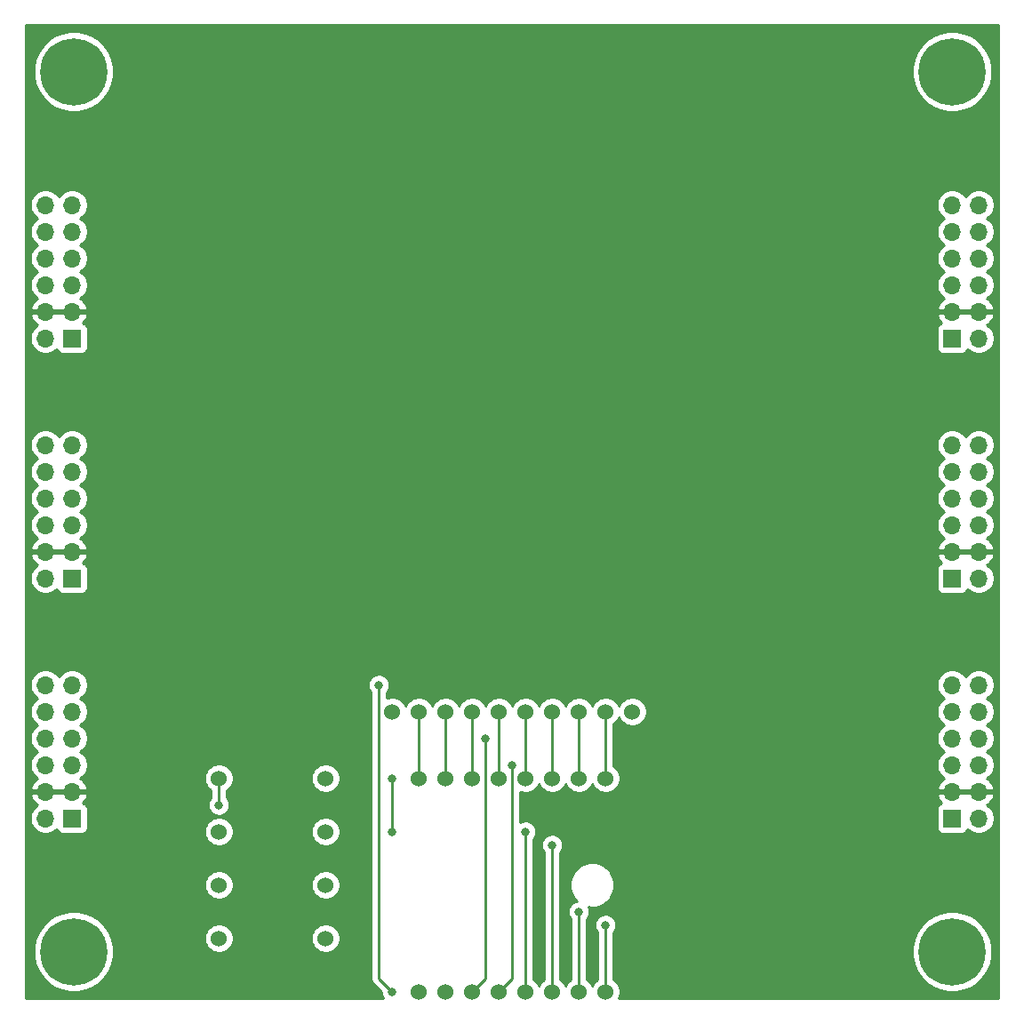
<source format=gbr>
%TF.GenerationSoftware,KiCad,Pcbnew,5.1.10*%
%TF.CreationDate,2021-12-30T18:00:27+01:00*%
%TF.ProjectId,keypad_board,6b657970-6164-45f6-926f-6172642e6b69,rev?*%
%TF.SameCoordinates,Original*%
%TF.FileFunction,Copper,L2,Bot*%
%TF.FilePolarity,Positive*%
%FSLAX46Y46*%
G04 Gerber Fmt 4.6, Leading zero omitted, Abs format (unit mm)*
G04 Created by KiCad (PCBNEW 5.1.10) date 2021-12-30 18:00:27*
%MOMM*%
%LPD*%
G01*
G04 APERTURE LIST*
%TA.AperFunction,ComponentPad*%
%ADD10C,1.524000*%
%TD*%
%TA.AperFunction,ComponentPad*%
%ADD11C,0.800000*%
%TD*%
%TA.AperFunction,ComponentPad*%
%ADD12C,6.400000*%
%TD*%
%TA.AperFunction,ComponentPad*%
%ADD13O,1.700000X1.700000*%
%TD*%
%TA.AperFunction,ComponentPad*%
%ADD14R,1.700000X1.700000*%
%TD*%
%TA.AperFunction,ViaPad*%
%ADD15C,0.800000*%
%TD*%
%TA.AperFunction,Conductor*%
%ADD16C,0.250000*%
%TD*%
%TA.AperFunction,Conductor*%
%ADD17C,0.254000*%
%TD*%
%TA.AperFunction,Conductor*%
%ADD18C,0.100000*%
%TD*%
G04 APERTURE END LIST*
D10*
%TO.P,R4,2*%
%TO.N,VCC*%
X77470000Y-130810000D03*
%TO.P,R4,1*%
%TO.N,INT*%
X87630000Y-130810000D03*
%TD*%
%TO.P,R3,2*%
%TO.N,A2*%
X87630000Y-125730000D03*
%TO.P,R3,1*%
%TO.N,Net-(JP4-Pad2)*%
X77470000Y-125730000D03*
%TD*%
%TO.P,R2,2*%
%TO.N,A1*%
X87630000Y-120650000D03*
%TO.P,R2,1*%
%TO.N,Net-(JP3-Pad2)*%
X77470000Y-120650000D03*
%TD*%
%TO.P,R1,2*%
%TO.N,A0*%
X87630000Y-115570000D03*
%TO.P,R1,1*%
%TO.N,Net-(JP2-Pad2)*%
X77470000Y-115570000D03*
%TD*%
%TO.P,U3,10*%
%TO.N,N/C*%
X116840000Y-109220000D03*
%TO.P,U3,1*%
X93980000Y-109220000D03*
%TO.P,U3,9*%
%TO.N,Net-(U1-Pad9)*%
X114300000Y-109220000D03*
%TO.P,U3,2*%
%TO.N,Net-(U1-Pad16)*%
X96520000Y-109220000D03*
%TO.P,U3,8*%
%TO.N,Net-(U1-Pad10)*%
X111760000Y-109220000D03*
%TO.P,U3,3*%
%TO.N,Net-(U1-Pad15)*%
X99060000Y-109220000D03*
%TO.P,U3,7*%
%TO.N,Net-(U1-Pad11)*%
X109220000Y-109220000D03*
%TO.P,U3,4*%
%TO.N,Net-(U1-Pad14)*%
X101600000Y-109220000D03*
%TO.P,U3,6*%
%TO.N,Net-(U1-Pad12)*%
X106680000Y-109220000D03*
%TO.P,U3,5*%
%TO.N,Net-(U1-Pad13)*%
X104140000Y-109220000D03*
%TD*%
%TO.P,U1,16*%
%TO.N,Net-(U1-Pad16)*%
X96520000Y-115570000D03*
%TO.P,U1,15*%
%TO.N,Net-(U1-Pad15)*%
X99060000Y-115570000D03*
%TO.P,U1,14*%
%TO.N,Net-(U1-Pad14)*%
X101600000Y-115570000D03*
%TO.P,U1,13*%
%TO.N,Net-(U1-Pad13)*%
X104140000Y-115570000D03*
%TO.P,U1,12*%
%TO.N,Net-(U1-Pad12)*%
X106680000Y-115570000D03*
%TO.P,U1,11*%
%TO.N,Net-(U1-Pad11)*%
X109220000Y-115570000D03*
%TO.P,U1,10*%
%TO.N,Net-(U1-Pad10)*%
X111760000Y-115570000D03*
%TO.P,U1,9*%
%TO.N,Net-(U1-Pad9)*%
X114300000Y-115570000D03*
%TO.P,U1,8*%
%TO.N,INT*%
X114300000Y-135890000D03*
%TO.P,U1,7*%
%TO.N,A2*%
X111760000Y-135890000D03*
%TO.P,U1,6*%
%TO.N,A1*%
X109220000Y-135890000D03*
%TO.P,U1,5*%
%TO.N,A0*%
X106680000Y-135890000D03*
%TO.P,U1,4*%
%TO.N,SDA*%
X104140000Y-135890000D03*
%TO.P,U1,3*%
%TO.N,SCL*%
X101600000Y-135890000D03*
%TO.P,U1,2*%
%TO.N,N/C*%
X99060000Y-135890000D03*
%TO.P,U1,1*%
X96520000Y-135890000D03*
%TD*%
D11*
%TO.P,H4,1*%
%TO.N,N/C*%
X149017056Y-130382944D03*
X147320000Y-129680000D03*
X145622944Y-130382944D03*
X144920000Y-132080000D03*
X145622944Y-133777056D03*
X147320000Y-134480000D03*
X149017056Y-133777056D03*
X149720000Y-132080000D03*
D12*
X147320000Y-132080000D03*
%TD*%
D11*
%TO.P,H3,1*%
%TO.N,N/C*%
X149017056Y-46562944D03*
X147320000Y-45860000D03*
X145622944Y-46562944D03*
X144920000Y-48260000D03*
X145622944Y-49957056D03*
X147320000Y-50660000D03*
X149017056Y-49957056D03*
X149720000Y-48260000D03*
D12*
X147320000Y-48260000D03*
%TD*%
D11*
%TO.P,H2,1*%
%TO.N,N/C*%
X65337056Y-130382944D03*
X63640000Y-129680000D03*
X61942944Y-130382944D03*
X61240000Y-132080000D03*
X61942944Y-133777056D03*
X63640000Y-134480000D03*
X65337056Y-133777056D03*
X66040000Y-132080000D03*
D12*
X63640000Y-132080000D03*
%TD*%
D11*
%TO.P,H1,1*%
%TO.N,N/C*%
X65337056Y-46562944D03*
X63640000Y-45860000D03*
X61942944Y-46562944D03*
X61240000Y-48260000D03*
X61942944Y-49957056D03*
X63640000Y-50660000D03*
X65337056Y-49957056D03*
X66040000Y-48260000D03*
D12*
X63640000Y-48260000D03*
%TD*%
D13*
%TO.P,J9,12*%
%TO.N,PMOD_SPI_INT*%
X149860000Y-60960000D03*
%TO.P,J9,11*%
%TO.N,PMOD_SPI_CS*%
X147320000Y-60960000D03*
%TO.P,J9,10*%
%TO.N,PMOD_SPI_RESET*%
X149860000Y-63500000D03*
%TO.P,J9,9*%
%TO.N,PMOD_SPI_MOSI*%
X147320000Y-63500000D03*
%TO.P,J9,8*%
%TO.N,PMOD_SPI_CS2*%
X149860000Y-66040000D03*
%TO.P,J9,7*%
%TO.N,PMOD_SPI_MISO*%
X147320000Y-66040000D03*
%TO.P,J9,6*%
%TO.N,PMOD_SPI_CS3*%
X149860000Y-68580000D03*
%TO.P,J9,5*%
%TO.N,PMOD_SPI_SCK*%
X147320000Y-68580000D03*
%TO.P,J9,4*%
%TO.N,GND*%
X149860000Y-71120000D03*
%TO.P,J9,3*%
X147320000Y-71120000D03*
%TO.P,J9,2*%
%TO.N,VCC*%
X149860000Y-73660000D03*
D14*
%TO.P,J9,1*%
X147320000Y-73660000D03*
%TD*%
D13*
%TO.P,J8,12*%
%TO.N,PMOD_UART_INT*%
X149860000Y-83820000D03*
%TO.P,J8,11*%
%TO.N,PMOD_UART_CTS*%
X147320000Y-83820000D03*
%TO.P,J8,10*%
%TO.N,PMOD_UART_RESER*%
X149860000Y-86360000D03*
%TO.P,J8,9*%
%TO.N,PMOD_UART_TXD*%
X147320000Y-86360000D03*
%TO.P,J8,8*%
%TO.N,PMOD_UART_GPIO3*%
X149860000Y-88900000D03*
%TO.P,J8,7*%
%TO.N,PMOD_UART_RXD*%
X147320000Y-88900000D03*
%TO.P,J8,6*%
%TO.N,PMOD_UART_GPIO4*%
X149860000Y-91440000D03*
%TO.P,J8,5*%
%TO.N,PMOD_UART_RTS*%
X147320000Y-91440000D03*
%TO.P,J8,4*%
%TO.N,GND*%
X149860000Y-93980000D03*
%TO.P,J8,3*%
X147320000Y-93980000D03*
%TO.P,J8,2*%
%TO.N,VCC*%
X149860000Y-96520000D03*
D14*
%TO.P,J8,1*%
X147320000Y-96520000D03*
%TD*%
D13*
%TO.P,J7,12*%
%TO.N,PMOD_I2C_GPIO1*%
X149860000Y-106680000D03*
%TO.P,J7,11*%
%TO.N,PMOD_I2C_INT*%
X147320000Y-106680000D03*
%TO.P,J7,10*%
%TO.N,PMOD_I2C_GPIO2*%
X149860000Y-109220000D03*
%TO.P,J7,9*%
%TO.N,PMOD_I2C_RESET*%
X147320000Y-109220000D03*
%TO.P,J7,8*%
%TO.N,PMOD_I2C_GPIO3*%
X149860000Y-111760000D03*
%TO.P,J7,7*%
%TO.N,SCL*%
X147320000Y-111760000D03*
%TO.P,J7,6*%
%TO.N,PMOD_I2C_GPIO4*%
X149860000Y-114300000D03*
%TO.P,J7,5*%
%TO.N,SDA*%
X147320000Y-114300000D03*
%TO.P,J7,4*%
%TO.N,GND*%
X149860000Y-116840000D03*
%TO.P,J7,3*%
X147320000Y-116840000D03*
%TO.P,J7,2*%
%TO.N,VCC*%
X149860000Y-119380000D03*
D14*
%TO.P,J7,1*%
X147320000Y-119380000D03*
%TD*%
D13*
%TO.P,J3,12*%
%TO.N,PMOD_SPI_INT*%
X60960000Y-60960000D03*
%TO.P,J3,11*%
%TO.N,PMOD_SPI_CS*%
X63500000Y-60960000D03*
%TO.P,J3,10*%
%TO.N,PMOD_SPI_RESET*%
X60960000Y-63500000D03*
%TO.P,J3,9*%
%TO.N,PMOD_SPI_MOSI*%
X63500000Y-63500000D03*
%TO.P,J3,8*%
%TO.N,PMOD_SPI_CS2*%
X60960000Y-66040000D03*
%TO.P,J3,7*%
%TO.N,PMOD_SPI_MISO*%
X63500000Y-66040000D03*
%TO.P,J3,6*%
%TO.N,PMOD_SPI_CS3*%
X60960000Y-68580000D03*
%TO.P,J3,5*%
%TO.N,PMOD_SPI_SCK*%
X63500000Y-68580000D03*
%TO.P,J3,4*%
%TO.N,GND*%
X60960000Y-71120000D03*
%TO.P,J3,3*%
X63500000Y-71120000D03*
%TO.P,J3,2*%
%TO.N,VCC*%
X60960000Y-73660000D03*
D14*
%TO.P,J3,1*%
X63500000Y-73660000D03*
%TD*%
D13*
%TO.P,J2,12*%
%TO.N,PMOD_UART_INT*%
X60960000Y-83820000D03*
%TO.P,J2,11*%
%TO.N,PMOD_UART_CTS*%
X63500000Y-83820000D03*
%TO.P,J2,10*%
%TO.N,PMOD_UART_RESER*%
X60960000Y-86360000D03*
%TO.P,J2,9*%
%TO.N,PMOD_UART_TXD*%
X63500000Y-86360000D03*
%TO.P,J2,8*%
%TO.N,PMOD_UART_GPIO3*%
X60960000Y-88900000D03*
%TO.P,J2,7*%
%TO.N,PMOD_UART_RXD*%
X63500000Y-88900000D03*
%TO.P,J2,6*%
%TO.N,PMOD_UART_GPIO4*%
X60960000Y-91440000D03*
%TO.P,J2,5*%
%TO.N,PMOD_UART_RTS*%
X63500000Y-91440000D03*
%TO.P,J2,4*%
%TO.N,GND*%
X60960000Y-93980000D03*
%TO.P,J2,3*%
X63500000Y-93980000D03*
%TO.P,J2,2*%
%TO.N,VCC*%
X60960000Y-96520000D03*
D14*
%TO.P,J2,1*%
X63500000Y-96520000D03*
%TD*%
D13*
%TO.P,J1,12*%
%TO.N,PMOD_I2C_GPIO1*%
X60960000Y-106680000D03*
%TO.P,J1,11*%
%TO.N,PMOD_I2C_INT*%
X63500000Y-106680000D03*
%TO.P,J1,10*%
%TO.N,PMOD_I2C_GPIO2*%
X60960000Y-109220000D03*
%TO.P,J1,9*%
%TO.N,PMOD_I2C_RESET*%
X63500000Y-109220000D03*
%TO.P,J1,8*%
%TO.N,PMOD_I2C_GPIO3*%
X60960000Y-111760000D03*
%TO.P,J1,7*%
%TO.N,SCL*%
X63500000Y-111760000D03*
%TO.P,J1,6*%
%TO.N,PMOD_I2C_GPIO4*%
X60960000Y-114300000D03*
%TO.P,J1,5*%
%TO.N,SDA*%
X63500000Y-114300000D03*
%TO.P,J1,4*%
%TO.N,GND*%
X60960000Y-116840000D03*
%TO.P,J1,3*%
X63500000Y-116840000D03*
%TO.P,J1,2*%
%TO.N,VCC*%
X60960000Y-119380000D03*
D14*
%TO.P,J1,1*%
X63500000Y-119380000D03*
%TD*%
D15*
%TO.N,GND*%
X71120000Y-129540000D03*
X71120000Y-124460000D03*
X71120000Y-119380000D03*
%TO.N,SCL*%
X102870000Y-111760000D03*
%TO.N,SDA*%
X105410000Y-114300000D03*
%TO.N,Net-(JP2-Pad2)*%
X77470000Y-118110000D03*
%TO.N,PMOD_I2C_INT*%
X93980000Y-135890000D03*
X92710000Y-106680000D03*
%TO.N,INT*%
X114300000Y-129540000D03*
%TO.N,A0*%
X106680000Y-120650000D03*
X93980000Y-120650000D03*
X93980000Y-115570000D03*
%TO.N,A1*%
X109220000Y-121920000D03*
%TO.N,A2*%
X111760000Y-128270000D03*
%TD*%
D16*
%TO.N,SCL*%
X102870000Y-134620000D02*
X102870000Y-111760000D01*
X101600000Y-135890000D02*
X102870000Y-134620000D01*
%TO.N,SDA*%
X105410000Y-134620000D02*
X105410000Y-114300000D01*
X104140000Y-135890000D02*
X105410000Y-134620000D01*
%TO.N,Net-(JP2-Pad2)*%
X77470000Y-118110000D02*
X77470000Y-115570000D01*
%TO.N,Net-(U1-Pad16)*%
X96520000Y-109220000D02*
X96520000Y-115570000D01*
%TO.N,Net-(U1-Pad15)*%
X99060000Y-109220000D02*
X99060000Y-115570000D01*
%TO.N,Net-(U1-Pad14)*%
X101600000Y-109220000D02*
X101600000Y-115570000D01*
%TO.N,Net-(U1-Pad13)*%
X104140000Y-109220000D02*
X104140000Y-115570000D01*
%TO.N,Net-(U1-Pad12)*%
X106680000Y-109220000D02*
X106680000Y-115570000D01*
%TO.N,Net-(U1-Pad11)*%
X109220000Y-109220000D02*
X109220000Y-115570000D01*
%TO.N,Net-(U1-Pad10)*%
X111760000Y-109220000D02*
X111760000Y-115570000D01*
%TO.N,Net-(U1-Pad9)*%
X114300000Y-115570000D02*
X114300000Y-109220000D01*
%TO.N,PMOD_I2C_INT*%
X92710000Y-134620000D02*
X92710000Y-106680000D01*
X93980000Y-135890000D02*
X92710000Y-134620000D01*
%TO.N,INT*%
X114300000Y-135890000D02*
X114300000Y-129540000D01*
%TO.N,A0*%
X106680000Y-135890000D02*
X106680000Y-120650000D01*
X93980000Y-120650000D02*
X93980000Y-115570000D01*
%TO.N,A1*%
X109220000Y-135890000D02*
X109220000Y-121920000D01*
%TO.N,A2*%
X111760000Y-135890000D02*
X111760000Y-128270000D01*
%TD*%
D17*
%TO.N,GND*%
X151740001Y-136500000D02*
X115559431Y-136500000D01*
X115643314Y-136297490D01*
X115697000Y-136027592D01*
X115697000Y-135752408D01*
X115643314Y-135482510D01*
X115538005Y-135228273D01*
X115385120Y-134999465D01*
X115190535Y-134804880D01*
X115060000Y-134717659D01*
X115060000Y-131702285D01*
X143485000Y-131702285D01*
X143485000Y-132457715D01*
X143632377Y-133198628D01*
X143921467Y-133896554D01*
X144341161Y-134524670D01*
X144875330Y-135058839D01*
X145503446Y-135478533D01*
X146201372Y-135767623D01*
X146942285Y-135915000D01*
X147697715Y-135915000D01*
X148438628Y-135767623D01*
X149136554Y-135478533D01*
X149764670Y-135058839D01*
X150298839Y-134524670D01*
X150718533Y-133896554D01*
X151007623Y-133198628D01*
X151155000Y-132457715D01*
X151155000Y-131702285D01*
X151007623Y-130961372D01*
X150718533Y-130263446D01*
X150298839Y-129635330D01*
X149764670Y-129101161D01*
X149136554Y-128681467D01*
X148438628Y-128392377D01*
X147697715Y-128245000D01*
X146942285Y-128245000D01*
X146201372Y-128392377D01*
X145503446Y-128681467D01*
X144875330Y-129101161D01*
X144341161Y-129635330D01*
X143921467Y-130263446D01*
X143632377Y-130961372D01*
X143485000Y-131702285D01*
X115060000Y-131702285D01*
X115060000Y-130243711D01*
X115103937Y-130199774D01*
X115217205Y-130030256D01*
X115295226Y-129841898D01*
X115335000Y-129641939D01*
X115335000Y-129438061D01*
X115295226Y-129238102D01*
X115217205Y-129049744D01*
X115103937Y-128880226D01*
X114959774Y-128736063D01*
X114790256Y-128622795D01*
X114601898Y-128544774D01*
X114401939Y-128505000D01*
X114198061Y-128505000D01*
X113998102Y-128544774D01*
X113809744Y-128622795D01*
X113640226Y-128736063D01*
X113496063Y-128880226D01*
X113382795Y-129049744D01*
X113304774Y-129238102D01*
X113265000Y-129438061D01*
X113265000Y-129641939D01*
X113304774Y-129841898D01*
X113382795Y-130030256D01*
X113496063Y-130199774D01*
X113540001Y-130243712D01*
X113540000Y-134717659D01*
X113409465Y-134804880D01*
X113214880Y-134999465D01*
X113061995Y-135228273D01*
X113030000Y-135305515D01*
X112998005Y-135228273D01*
X112845120Y-134999465D01*
X112650535Y-134804880D01*
X112520000Y-134717659D01*
X112520000Y-128973711D01*
X112563937Y-128929774D01*
X112677205Y-128760256D01*
X112755226Y-128571898D01*
X112795000Y-128371939D01*
X112795000Y-128168061D01*
X112755226Y-127968102D01*
X112702894Y-127841762D01*
X112819721Y-127865000D01*
X113240279Y-127865000D01*
X113652756Y-127782953D01*
X114041302Y-127622012D01*
X114390983Y-127388363D01*
X114688363Y-127090983D01*
X114922012Y-126741302D01*
X115082953Y-126352756D01*
X115165000Y-125940279D01*
X115165000Y-125519721D01*
X115082953Y-125107244D01*
X114922012Y-124718698D01*
X114688363Y-124369017D01*
X114390983Y-124071637D01*
X114041302Y-123837988D01*
X113652756Y-123677047D01*
X113240279Y-123595000D01*
X112819721Y-123595000D01*
X112407244Y-123677047D01*
X112018698Y-123837988D01*
X111669017Y-124071637D01*
X111371637Y-124369017D01*
X111137988Y-124718698D01*
X110977047Y-125107244D01*
X110895000Y-125519721D01*
X110895000Y-125940279D01*
X110977047Y-126352756D01*
X111137988Y-126741302D01*
X111371637Y-127090983D01*
X111539281Y-127258627D01*
X111458102Y-127274774D01*
X111269744Y-127352795D01*
X111100226Y-127466063D01*
X110956063Y-127610226D01*
X110842795Y-127779744D01*
X110764774Y-127968102D01*
X110725000Y-128168061D01*
X110725000Y-128371939D01*
X110764774Y-128571898D01*
X110842795Y-128760256D01*
X110956063Y-128929774D01*
X111000001Y-128973712D01*
X111000000Y-134717659D01*
X110869465Y-134804880D01*
X110674880Y-134999465D01*
X110521995Y-135228273D01*
X110490000Y-135305515D01*
X110458005Y-135228273D01*
X110305120Y-134999465D01*
X110110535Y-134804880D01*
X109980000Y-134717659D01*
X109980000Y-122623711D01*
X110023937Y-122579774D01*
X110137205Y-122410256D01*
X110215226Y-122221898D01*
X110255000Y-122021939D01*
X110255000Y-121818061D01*
X110215226Y-121618102D01*
X110137205Y-121429744D01*
X110023937Y-121260226D01*
X109879774Y-121116063D01*
X109710256Y-121002795D01*
X109521898Y-120924774D01*
X109321939Y-120885000D01*
X109118061Y-120885000D01*
X108918102Y-120924774D01*
X108729744Y-121002795D01*
X108560226Y-121116063D01*
X108416063Y-121260226D01*
X108302795Y-121429744D01*
X108224774Y-121618102D01*
X108185000Y-121818061D01*
X108185000Y-122021939D01*
X108224774Y-122221898D01*
X108302795Y-122410256D01*
X108416063Y-122579774D01*
X108460001Y-122623712D01*
X108460000Y-134717659D01*
X108329465Y-134804880D01*
X108134880Y-134999465D01*
X107981995Y-135228273D01*
X107950000Y-135305515D01*
X107918005Y-135228273D01*
X107765120Y-134999465D01*
X107570535Y-134804880D01*
X107440000Y-134717659D01*
X107440000Y-121353711D01*
X107483937Y-121309774D01*
X107597205Y-121140256D01*
X107675226Y-120951898D01*
X107715000Y-120751939D01*
X107715000Y-120548061D01*
X107675226Y-120348102D01*
X107597205Y-120159744D01*
X107483937Y-119990226D01*
X107339774Y-119846063D01*
X107170256Y-119732795D01*
X106981898Y-119654774D01*
X106781939Y-119615000D01*
X106578061Y-119615000D01*
X106378102Y-119654774D01*
X106189744Y-119732795D01*
X106170000Y-119745987D01*
X106170000Y-118530000D01*
X145831928Y-118530000D01*
X145831928Y-120230000D01*
X145844188Y-120354482D01*
X145880498Y-120474180D01*
X145939463Y-120584494D01*
X146018815Y-120681185D01*
X146115506Y-120760537D01*
X146225820Y-120819502D01*
X146345518Y-120855812D01*
X146470000Y-120868072D01*
X148170000Y-120868072D01*
X148294482Y-120855812D01*
X148414180Y-120819502D01*
X148524494Y-120760537D01*
X148621185Y-120681185D01*
X148700537Y-120584494D01*
X148759502Y-120474180D01*
X148781513Y-120401620D01*
X148913368Y-120533475D01*
X149156589Y-120695990D01*
X149426842Y-120807932D01*
X149713740Y-120865000D01*
X150006260Y-120865000D01*
X150293158Y-120807932D01*
X150563411Y-120695990D01*
X150806632Y-120533475D01*
X151013475Y-120326632D01*
X151175990Y-120083411D01*
X151287932Y-119813158D01*
X151345000Y-119526260D01*
X151345000Y-119233740D01*
X151287932Y-118946842D01*
X151175990Y-118676589D01*
X151013475Y-118433368D01*
X150806632Y-118226525D01*
X150624466Y-118104805D01*
X150741355Y-118035178D01*
X150957588Y-117840269D01*
X151131641Y-117606920D01*
X151256825Y-117344099D01*
X151301476Y-117196890D01*
X151180155Y-116967000D01*
X149987000Y-116967000D01*
X149987000Y-116987000D01*
X149733000Y-116987000D01*
X149733000Y-116967000D01*
X147447000Y-116967000D01*
X147447000Y-116987000D01*
X147193000Y-116987000D01*
X147193000Y-116967000D01*
X145999845Y-116967000D01*
X145878524Y-117196890D01*
X145923175Y-117344099D01*
X146048359Y-117606920D01*
X146222412Y-117840269D01*
X146306466Y-117916034D01*
X146225820Y-117940498D01*
X146115506Y-117999463D01*
X146018815Y-118078815D01*
X145939463Y-118175506D01*
X145880498Y-118285820D01*
X145844188Y-118405518D01*
X145831928Y-118530000D01*
X106170000Y-118530000D01*
X106170000Y-116870853D01*
X106272510Y-116913314D01*
X106542408Y-116967000D01*
X106817592Y-116967000D01*
X107087490Y-116913314D01*
X107341727Y-116808005D01*
X107570535Y-116655120D01*
X107765120Y-116460535D01*
X107918005Y-116231727D01*
X107950000Y-116154485D01*
X107981995Y-116231727D01*
X108134880Y-116460535D01*
X108329465Y-116655120D01*
X108558273Y-116808005D01*
X108812510Y-116913314D01*
X109082408Y-116967000D01*
X109357592Y-116967000D01*
X109627490Y-116913314D01*
X109881727Y-116808005D01*
X110110535Y-116655120D01*
X110305120Y-116460535D01*
X110458005Y-116231727D01*
X110490000Y-116154485D01*
X110521995Y-116231727D01*
X110674880Y-116460535D01*
X110869465Y-116655120D01*
X111098273Y-116808005D01*
X111352510Y-116913314D01*
X111622408Y-116967000D01*
X111897592Y-116967000D01*
X112167490Y-116913314D01*
X112421727Y-116808005D01*
X112650535Y-116655120D01*
X112845120Y-116460535D01*
X112998005Y-116231727D01*
X113030000Y-116154485D01*
X113061995Y-116231727D01*
X113214880Y-116460535D01*
X113409465Y-116655120D01*
X113638273Y-116808005D01*
X113892510Y-116913314D01*
X114162408Y-116967000D01*
X114437592Y-116967000D01*
X114707490Y-116913314D01*
X114961727Y-116808005D01*
X115190535Y-116655120D01*
X115385120Y-116460535D01*
X115538005Y-116231727D01*
X115643314Y-115977490D01*
X115697000Y-115707592D01*
X115697000Y-115432408D01*
X115643314Y-115162510D01*
X115538005Y-114908273D01*
X115385120Y-114679465D01*
X115190535Y-114484880D01*
X115060000Y-114397659D01*
X115060000Y-110392341D01*
X115190535Y-110305120D01*
X115385120Y-110110535D01*
X115538005Y-109881727D01*
X115570000Y-109804485D01*
X115601995Y-109881727D01*
X115754880Y-110110535D01*
X115949465Y-110305120D01*
X116178273Y-110458005D01*
X116432510Y-110563314D01*
X116702408Y-110617000D01*
X116977592Y-110617000D01*
X117247490Y-110563314D01*
X117501727Y-110458005D01*
X117730535Y-110305120D01*
X117925120Y-110110535D01*
X118078005Y-109881727D01*
X118183314Y-109627490D01*
X118237000Y-109357592D01*
X118237000Y-109082408D01*
X118183314Y-108812510D01*
X118078005Y-108558273D01*
X117925120Y-108329465D01*
X117730535Y-108134880D01*
X117501727Y-107981995D01*
X117247490Y-107876686D01*
X116977592Y-107823000D01*
X116702408Y-107823000D01*
X116432510Y-107876686D01*
X116178273Y-107981995D01*
X115949465Y-108134880D01*
X115754880Y-108329465D01*
X115601995Y-108558273D01*
X115570000Y-108635515D01*
X115538005Y-108558273D01*
X115385120Y-108329465D01*
X115190535Y-108134880D01*
X114961727Y-107981995D01*
X114707490Y-107876686D01*
X114437592Y-107823000D01*
X114162408Y-107823000D01*
X113892510Y-107876686D01*
X113638273Y-107981995D01*
X113409465Y-108134880D01*
X113214880Y-108329465D01*
X113061995Y-108558273D01*
X113030000Y-108635515D01*
X112998005Y-108558273D01*
X112845120Y-108329465D01*
X112650535Y-108134880D01*
X112421727Y-107981995D01*
X112167490Y-107876686D01*
X111897592Y-107823000D01*
X111622408Y-107823000D01*
X111352510Y-107876686D01*
X111098273Y-107981995D01*
X110869465Y-108134880D01*
X110674880Y-108329465D01*
X110521995Y-108558273D01*
X110490000Y-108635515D01*
X110458005Y-108558273D01*
X110305120Y-108329465D01*
X110110535Y-108134880D01*
X109881727Y-107981995D01*
X109627490Y-107876686D01*
X109357592Y-107823000D01*
X109082408Y-107823000D01*
X108812510Y-107876686D01*
X108558273Y-107981995D01*
X108329465Y-108134880D01*
X108134880Y-108329465D01*
X107981995Y-108558273D01*
X107950000Y-108635515D01*
X107918005Y-108558273D01*
X107765120Y-108329465D01*
X107570535Y-108134880D01*
X107341727Y-107981995D01*
X107087490Y-107876686D01*
X106817592Y-107823000D01*
X106542408Y-107823000D01*
X106272510Y-107876686D01*
X106018273Y-107981995D01*
X105789465Y-108134880D01*
X105594880Y-108329465D01*
X105441995Y-108558273D01*
X105410000Y-108635515D01*
X105378005Y-108558273D01*
X105225120Y-108329465D01*
X105030535Y-108134880D01*
X104801727Y-107981995D01*
X104547490Y-107876686D01*
X104277592Y-107823000D01*
X104002408Y-107823000D01*
X103732510Y-107876686D01*
X103478273Y-107981995D01*
X103249465Y-108134880D01*
X103054880Y-108329465D01*
X102901995Y-108558273D01*
X102870000Y-108635515D01*
X102838005Y-108558273D01*
X102685120Y-108329465D01*
X102490535Y-108134880D01*
X102261727Y-107981995D01*
X102007490Y-107876686D01*
X101737592Y-107823000D01*
X101462408Y-107823000D01*
X101192510Y-107876686D01*
X100938273Y-107981995D01*
X100709465Y-108134880D01*
X100514880Y-108329465D01*
X100361995Y-108558273D01*
X100330000Y-108635515D01*
X100298005Y-108558273D01*
X100145120Y-108329465D01*
X99950535Y-108134880D01*
X99721727Y-107981995D01*
X99467490Y-107876686D01*
X99197592Y-107823000D01*
X98922408Y-107823000D01*
X98652510Y-107876686D01*
X98398273Y-107981995D01*
X98169465Y-108134880D01*
X97974880Y-108329465D01*
X97821995Y-108558273D01*
X97790000Y-108635515D01*
X97758005Y-108558273D01*
X97605120Y-108329465D01*
X97410535Y-108134880D01*
X97181727Y-107981995D01*
X96927490Y-107876686D01*
X96657592Y-107823000D01*
X96382408Y-107823000D01*
X96112510Y-107876686D01*
X95858273Y-107981995D01*
X95629465Y-108134880D01*
X95434880Y-108329465D01*
X95281995Y-108558273D01*
X95250000Y-108635515D01*
X95218005Y-108558273D01*
X95065120Y-108329465D01*
X94870535Y-108134880D01*
X94641727Y-107981995D01*
X94387490Y-107876686D01*
X94117592Y-107823000D01*
X93842408Y-107823000D01*
X93572510Y-107876686D01*
X93470000Y-107919147D01*
X93470000Y-107383711D01*
X93513937Y-107339774D01*
X93627205Y-107170256D01*
X93705226Y-106981898D01*
X93745000Y-106781939D01*
X93745000Y-106578061D01*
X93736185Y-106533740D01*
X145835000Y-106533740D01*
X145835000Y-106826260D01*
X145892068Y-107113158D01*
X146004010Y-107383411D01*
X146166525Y-107626632D01*
X146373368Y-107833475D01*
X146547760Y-107950000D01*
X146373368Y-108066525D01*
X146166525Y-108273368D01*
X146004010Y-108516589D01*
X145892068Y-108786842D01*
X145835000Y-109073740D01*
X145835000Y-109366260D01*
X145892068Y-109653158D01*
X146004010Y-109923411D01*
X146166525Y-110166632D01*
X146373368Y-110373475D01*
X146547760Y-110490000D01*
X146373368Y-110606525D01*
X146166525Y-110813368D01*
X146004010Y-111056589D01*
X145892068Y-111326842D01*
X145835000Y-111613740D01*
X145835000Y-111906260D01*
X145892068Y-112193158D01*
X146004010Y-112463411D01*
X146166525Y-112706632D01*
X146373368Y-112913475D01*
X146547760Y-113030000D01*
X146373368Y-113146525D01*
X146166525Y-113353368D01*
X146004010Y-113596589D01*
X145892068Y-113866842D01*
X145835000Y-114153740D01*
X145835000Y-114446260D01*
X145892068Y-114733158D01*
X146004010Y-115003411D01*
X146166525Y-115246632D01*
X146373368Y-115453475D01*
X146555534Y-115575195D01*
X146438645Y-115644822D01*
X146222412Y-115839731D01*
X146048359Y-116073080D01*
X145923175Y-116335901D01*
X145878524Y-116483110D01*
X145999845Y-116713000D01*
X147193000Y-116713000D01*
X147193000Y-116693000D01*
X147447000Y-116693000D01*
X147447000Y-116713000D01*
X149733000Y-116713000D01*
X149733000Y-116693000D01*
X149987000Y-116693000D01*
X149987000Y-116713000D01*
X151180155Y-116713000D01*
X151301476Y-116483110D01*
X151256825Y-116335901D01*
X151131641Y-116073080D01*
X150957588Y-115839731D01*
X150741355Y-115644822D01*
X150624466Y-115575195D01*
X150806632Y-115453475D01*
X151013475Y-115246632D01*
X151175990Y-115003411D01*
X151287932Y-114733158D01*
X151345000Y-114446260D01*
X151345000Y-114153740D01*
X151287932Y-113866842D01*
X151175990Y-113596589D01*
X151013475Y-113353368D01*
X150806632Y-113146525D01*
X150632240Y-113030000D01*
X150806632Y-112913475D01*
X151013475Y-112706632D01*
X151175990Y-112463411D01*
X151287932Y-112193158D01*
X151345000Y-111906260D01*
X151345000Y-111613740D01*
X151287932Y-111326842D01*
X151175990Y-111056589D01*
X151013475Y-110813368D01*
X150806632Y-110606525D01*
X150632240Y-110490000D01*
X150806632Y-110373475D01*
X151013475Y-110166632D01*
X151175990Y-109923411D01*
X151287932Y-109653158D01*
X151345000Y-109366260D01*
X151345000Y-109073740D01*
X151287932Y-108786842D01*
X151175990Y-108516589D01*
X151013475Y-108273368D01*
X150806632Y-108066525D01*
X150632240Y-107950000D01*
X150806632Y-107833475D01*
X151013475Y-107626632D01*
X151175990Y-107383411D01*
X151287932Y-107113158D01*
X151345000Y-106826260D01*
X151345000Y-106533740D01*
X151287932Y-106246842D01*
X151175990Y-105976589D01*
X151013475Y-105733368D01*
X150806632Y-105526525D01*
X150563411Y-105364010D01*
X150293158Y-105252068D01*
X150006260Y-105195000D01*
X149713740Y-105195000D01*
X149426842Y-105252068D01*
X149156589Y-105364010D01*
X148913368Y-105526525D01*
X148706525Y-105733368D01*
X148590000Y-105907760D01*
X148473475Y-105733368D01*
X148266632Y-105526525D01*
X148023411Y-105364010D01*
X147753158Y-105252068D01*
X147466260Y-105195000D01*
X147173740Y-105195000D01*
X146886842Y-105252068D01*
X146616589Y-105364010D01*
X146373368Y-105526525D01*
X146166525Y-105733368D01*
X146004010Y-105976589D01*
X145892068Y-106246842D01*
X145835000Y-106533740D01*
X93736185Y-106533740D01*
X93705226Y-106378102D01*
X93627205Y-106189744D01*
X93513937Y-106020226D01*
X93369774Y-105876063D01*
X93200256Y-105762795D01*
X93011898Y-105684774D01*
X92811939Y-105645000D01*
X92608061Y-105645000D01*
X92408102Y-105684774D01*
X92219744Y-105762795D01*
X92050226Y-105876063D01*
X91906063Y-106020226D01*
X91792795Y-106189744D01*
X91714774Y-106378102D01*
X91675000Y-106578061D01*
X91675000Y-106781939D01*
X91714774Y-106981898D01*
X91792795Y-107170256D01*
X91906063Y-107339774D01*
X91950001Y-107383712D01*
X91950000Y-134582678D01*
X91946324Y-134620000D01*
X91950000Y-134657322D01*
X91950000Y-134657332D01*
X91960997Y-134768985D01*
X91987089Y-134855000D01*
X92004454Y-134912246D01*
X92075026Y-135044276D01*
X92086978Y-135058839D01*
X92169999Y-135160001D01*
X92199003Y-135183804D01*
X92945000Y-135929802D01*
X92945000Y-135991939D01*
X92984774Y-136191898D01*
X93062795Y-136380256D01*
X93142805Y-136500000D01*
X59080000Y-136500000D01*
X59080000Y-131702285D01*
X59805000Y-131702285D01*
X59805000Y-132457715D01*
X59952377Y-133198628D01*
X60241467Y-133896554D01*
X60661161Y-134524670D01*
X61195330Y-135058839D01*
X61823446Y-135478533D01*
X62521372Y-135767623D01*
X63262285Y-135915000D01*
X64017715Y-135915000D01*
X64758628Y-135767623D01*
X65456554Y-135478533D01*
X66084670Y-135058839D01*
X66618839Y-134524670D01*
X67038533Y-133896554D01*
X67327623Y-133198628D01*
X67475000Y-132457715D01*
X67475000Y-131702285D01*
X67327623Y-130961372D01*
X67207931Y-130672408D01*
X76073000Y-130672408D01*
X76073000Y-130947592D01*
X76126686Y-131217490D01*
X76231995Y-131471727D01*
X76384880Y-131700535D01*
X76579465Y-131895120D01*
X76808273Y-132048005D01*
X77062510Y-132153314D01*
X77332408Y-132207000D01*
X77607592Y-132207000D01*
X77877490Y-132153314D01*
X78131727Y-132048005D01*
X78360535Y-131895120D01*
X78555120Y-131700535D01*
X78708005Y-131471727D01*
X78813314Y-131217490D01*
X78867000Y-130947592D01*
X78867000Y-130672408D01*
X86233000Y-130672408D01*
X86233000Y-130947592D01*
X86286686Y-131217490D01*
X86391995Y-131471727D01*
X86544880Y-131700535D01*
X86739465Y-131895120D01*
X86968273Y-132048005D01*
X87222510Y-132153314D01*
X87492408Y-132207000D01*
X87767592Y-132207000D01*
X88037490Y-132153314D01*
X88291727Y-132048005D01*
X88520535Y-131895120D01*
X88715120Y-131700535D01*
X88868005Y-131471727D01*
X88973314Y-131217490D01*
X89027000Y-130947592D01*
X89027000Y-130672408D01*
X88973314Y-130402510D01*
X88868005Y-130148273D01*
X88715120Y-129919465D01*
X88520535Y-129724880D01*
X88291727Y-129571995D01*
X88037490Y-129466686D01*
X87767592Y-129413000D01*
X87492408Y-129413000D01*
X87222510Y-129466686D01*
X86968273Y-129571995D01*
X86739465Y-129724880D01*
X86544880Y-129919465D01*
X86391995Y-130148273D01*
X86286686Y-130402510D01*
X86233000Y-130672408D01*
X78867000Y-130672408D01*
X78813314Y-130402510D01*
X78708005Y-130148273D01*
X78555120Y-129919465D01*
X78360535Y-129724880D01*
X78131727Y-129571995D01*
X77877490Y-129466686D01*
X77607592Y-129413000D01*
X77332408Y-129413000D01*
X77062510Y-129466686D01*
X76808273Y-129571995D01*
X76579465Y-129724880D01*
X76384880Y-129919465D01*
X76231995Y-130148273D01*
X76126686Y-130402510D01*
X76073000Y-130672408D01*
X67207931Y-130672408D01*
X67038533Y-130263446D01*
X66618839Y-129635330D01*
X66084670Y-129101161D01*
X65456554Y-128681467D01*
X64758628Y-128392377D01*
X64017715Y-128245000D01*
X63262285Y-128245000D01*
X62521372Y-128392377D01*
X61823446Y-128681467D01*
X61195330Y-129101161D01*
X60661161Y-129635330D01*
X60241467Y-130263446D01*
X59952377Y-130961372D01*
X59805000Y-131702285D01*
X59080000Y-131702285D01*
X59080000Y-125592408D01*
X76073000Y-125592408D01*
X76073000Y-125867592D01*
X76126686Y-126137490D01*
X76231995Y-126391727D01*
X76384880Y-126620535D01*
X76579465Y-126815120D01*
X76808273Y-126968005D01*
X77062510Y-127073314D01*
X77332408Y-127127000D01*
X77607592Y-127127000D01*
X77877490Y-127073314D01*
X78131727Y-126968005D01*
X78360535Y-126815120D01*
X78555120Y-126620535D01*
X78708005Y-126391727D01*
X78813314Y-126137490D01*
X78867000Y-125867592D01*
X78867000Y-125592408D01*
X86233000Y-125592408D01*
X86233000Y-125867592D01*
X86286686Y-126137490D01*
X86391995Y-126391727D01*
X86544880Y-126620535D01*
X86739465Y-126815120D01*
X86968273Y-126968005D01*
X87222510Y-127073314D01*
X87492408Y-127127000D01*
X87767592Y-127127000D01*
X88037490Y-127073314D01*
X88291727Y-126968005D01*
X88520535Y-126815120D01*
X88715120Y-126620535D01*
X88868005Y-126391727D01*
X88973314Y-126137490D01*
X89027000Y-125867592D01*
X89027000Y-125592408D01*
X88973314Y-125322510D01*
X88868005Y-125068273D01*
X88715120Y-124839465D01*
X88520535Y-124644880D01*
X88291727Y-124491995D01*
X88037490Y-124386686D01*
X87767592Y-124333000D01*
X87492408Y-124333000D01*
X87222510Y-124386686D01*
X86968273Y-124491995D01*
X86739465Y-124644880D01*
X86544880Y-124839465D01*
X86391995Y-125068273D01*
X86286686Y-125322510D01*
X86233000Y-125592408D01*
X78867000Y-125592408D01*
X78813314Y-125322510D01*
X78708005Y-125068273D01*
X78555120Y-124839465D01*
X78360535Y-124644880D01*
X78131727Y-124491995D01*
X77877490Y-124386686D01*
X77607592Y-124333000D01*
X77332408Y-124333000D01*
X77062510Y-124386686D01*
X76808273Y-124491995D01*
X76579465Y-124644880D01*
X76384880Y-124839465D01*
X76231995Y-125068273D01*
X76126686Y-125322510D01*
X76073000Y-125592408D01*
X59080000Y-125592408D01*
X59080000Y-119233740D01*
X59475000Y-119233740D01*
X59475000Y-119526260D01*
X59532068Y-119813158D01*
X59644010Y-120083411D01*
X59806525Y-120326632D01*
X60013368Y-120533475D01*
X60256589Y-120695990D01*
X60526842Y-120807932D01*
X60813740Y-120865000D01*
X61106260Y-120865000D01*
X61393158Y-120807932D01*
X61663411Y-120695990D01*
X61906632Y-120533475D01*
X62038487Y-120401620D01*
X62060498Y-120474180D01*
X62119463Y-120584494D01*
X62198815Y-120681185D01*
X62295506Y-120760537D01*
X62405820Y-120819502D01*
X62525518Y-120855812D01*
X62650000Y-120868072D01*
X64350000Y-120868072D01*
X64474482Y-120855812D01*
X64594180Y-120819502D01*
X64704494Y-120760537D01*
X64801185Y-120681185D01*
X64880537Y-120584494D01*
X64919068Y-120512408D01*
X76073000Y-120512408D01*
X76073000Y-120787592D01*
X76126686Y-121057490D01*
X76231995Y-121311727D01*
X76384880Y-121540535D01*
X76579465Y-121735120D01*
X76808273Y-121888005D01*
X77062510Y-121993314D01*
X77332408Y-122047000D01*
X77607592Y-122047000D01*
X77877490Y-121993314D01*
X78131727Y-121888005D01*
X78360535Y-121735120D01*
X78555120Y-121540535D01*
X78708005Y-121311727D01*
X78813314Y-121057490D01*
X78867000Y-120787592D01*
X78867000Y-120512408D01*
X86233000Y-120512408D01*
X86233000Y-120787592D01*
X86286686Y-121057490D01*
X86391995Y-121311727D01*
X86544880Y-121540535D01*
X86739465Y-121735120D01*
X86968273Y-121888005D01*
X87222510Y-121993314D01*
X87492408Y-122047000D01*
X87767592Y-122047000D01*
X88037490Y-121993314D01*
X88291727Y-121888005D01*
X88520535Y-121735120D01*
X88715120Y-121540535D01*
X88868005Y-121311727D01*
X88973314Y-121057490D01*
X89027000Y-120787592D01*
X89027000Y-120512408D01*
X88973314Y-120242510D01*
X88868005Y-119988273D01*
X88715120Y-119759465D01*
X88520535Y-119564880D01*
X88291727Y-119411995D01*
X88037490Y-119306686D01*
X87767592Y-119253000D01*
X87492408Y-119253000D01*
X87222510Y-119306686D01*
X86968273Y-119411995D01*
X86739465Y-119564880D01*
X86544880Y-119759465D01*
X86391995Y-119988273D01*
X86286686Y-120242510D01*
X86233000Y-120512408D01*
X78867000Y-120512408D01*
X78813314Y-120242510D01*
X78708005Y-119988273D01*
X78555120Y-119759465D01*
X78360535Y-119564880D01*
X78131727Y-119411995D01*
X77877490Y-119306686D01*
X77607592Y-119253000D01*
X77332408Y-119253000D01*
X77062510Y-119306686D01*
X76808273Y-119411995D01*
X76579465Y-119564880D01*
X76384880Y-119759465D01*
X76231995Y-119988273D01*
X76126686Y-120242510D01*
X76073000Y-120512408D01*
X64919068Y-120512408D01*
X64939502Y-120474180D01*
X64975812Y-120354482D01*
X64988072Y-120230000D01*
X64988072Y-118530000D01*
X64975812Y-118405518D01*
X64939502Y-118285820D01*
X64880537Y-118175506D01*
X64801185Y-118078815D01*
X64704494Y-117999463D01*
X64594180Y-117940498D01*
X64513534Y-117916034D01*
X64597588Y-117840269D01*
X64771641Y-117606920D01*
X64896825Y-117344099D01*
X64941476Y-117196890D01*
X64820155Y-116967000D01*
X63627000Y-116967000D01*
X63627000Y-116987000D01*
X63373000Y-116987000D01*
X63373000Y-116967000D01*
X61087000Y-116967000D01*
X61087000Y-116987000D01*
X60833000Y-116987000D01*
X60833000Y-116967000D01*
X59639845Y-116967000D01*
X59518524Y-117196890D01*
X59563175Y-117344099D01*
X59688359Y-117606920D01*
X59862412Y-117840269D01*
X60078645Y-118035178D01*
X60195534Y-118104805D01*
X60013368Y-118226525D01*
X59806525Y-118433368D01*
X59644010Y-118676589D01*
X59532068Y-118946842D01*
X59475000Y-119233740D01*
X59080000Y-119233740D01*
X59080000Y-106533740D01*
X59475000Y-106533740D01*
X59475000Y-106826260D01*
X59532068Y-107113158D01*
X59644010Y-107383411D01*
X59806525Y-107626632D01*
X60013368Y-107833475D01*
X60187760Y-107950000D01*
X60013368Y-108066525D01*
X59806525Y-108273368D01*
X59644010Y-108516589D01*
X59532068Y-108786842D01*
X59475000Y-109073740D01*
X59475000Y-109366260D01*
X59532068Y-109653158D01*
X59644010Y-109923411D01*
X59806525Y-110166632D01*
X60013368Y-110373475D01*
X60187760Y-110490000D01*
X60013368Y-110606525D01*
X59806525Y-110813368D01*
X59644010Y-111056589D01*
X59532068Y-111326842D01*
X59475000Y-111613740D01*
X59475000Y-111906260D01*
X59532068Y-112193158D01*
X59644010Y-112463411D01*
X59806525Y-112706632D01*
X60013368Y-112913475D01*
X60187760Y-113030000D01*
X60013368Y-113146525D01*
X59806525Y-113353368D01*
X59644010Y-113596589D01*
X59532068Y-113866842D01*
X59475000Y-114153740D01*
X59475000Y-114446260D01*
X59532068Y-114733158D01*
X59644010Y-115003411D01*
X59806525Y-115246632D01*
X60013368Y-115453475D01*
X60195534Y-115575195D01*
X60078645Y-115644822D01*
X59862412Y-115839731D01*
X59688359Y-116073080D01*
X59563175Y-116335901D01*
X59518524Y-116483110D01*
X59639845Y-116713000D01*
X60833000Y-116713000D01*
X60833000Y-116693000D01*
X61087000Y-116693000D01*
X61087000Y-116713000D01*
X63373000Y-116713000D01*
X63373000Y-116693000D01*
X63627000Y-116693000D01*
X63627000Y-116713000D01*
X64820155Y-116713000D01*
X64941476Y-116483110D01*
X64896825Y-116335901D01*
X64771641Y-116073080D01*
X64597588Y-115839731D01*
X64381355Y-115644822D01*
X64264466Y-115575195D01*
X64446632Y-115453475D01*
X64467699Y-115432408D01*
X76073000Y-115432408D01*
X76073000Y-115707592D01*
X76126686Y-115977490D01*
X76231995Y-116231727D01*
X76384880Y-116460535D01*
X76579465Y-116655120D01*
X76710001Y-116742341D01*
X76710000Y-117406289D01*
X76666063Y-117450226D01*
X76552795Y-117619744D01*
X76474774Y-117808102D01*
X76435000Y-118008061D01*
X76435000Y-118211939D01*
X76474774Y-118411898D01*
X76552795Y-118600256D01*
X76666063Y-118769774D01*
X76810226Y-118913937D01*
X76979744Y-119027205D01*
X77168102Y-119105226D01*
X77368061Y-119145000D01*
X77571939Y-119145000D01*
X77771898Y-119105226D01*
X77960256Y-119027205D01*
X78129774Y-118913937D01*
X78273937Y-118769774D01*
X78387205Y-118600256D01*
X78465226Y-118411898D01*
X78505000Y-118211939D01*
X78505000Y-118008061D01*
X78465226Y-117808102D01*
X78387205Y-117619744D01*
X78273937Y-117450226D01*
X78230000Y-117406289D01*
X78230000Y-116742341D01*
X78360535Y-116655120D01*
X78555120Y-116460535D01*
X78708005Y-116231727D01*
X78813314Y-115977490D01*
X78867000Y-115707592D01*
X78867000Y-115432408D01*
X86233000Y-115432408D01*
X86233000Y-115707592D01*
X86286686Y-115977490D01*
X86391995Y-116231727D01*
X86544880Y-116460535D01*
X86739465Y-116655120D01*
X86968273Y-116808005D01*
X87222510Y-116913314D01*
X87492408Y-116967000D01*
X87767592Y-116967000D01*
X88037490Y-116913314D01*
X88291727Y-116808005D01*
X88520535Y-116655120D01*
X88715120Y-116460535D01*
X88868005Y-116231727D01*
X88973314Y-115977490D01*
X89027000Y-115707592D01*
X89027000Y-115432408D01*
X88973314Y-115162510D01*
X88868005Y-114908273D01*
X88715120Y-114679465D01*
X88520535Y-114484880D01*
X88291727Y-114331995D01*
X88037490Y-114226686D01*
X87767592Y-114173000D01*
X87492408Y-114173000D01*
X87222510Y-114226686D01*
X86968273Y-114331995D01*
X86739465Y-114484880D01*
X86544880Y-114679465D01*
X86391995Y-114908273D01*
X86286686Y-115162510D01*
X86233000Y-115432408D01*
X78867000Y-115432408D01*
X78813314Y-115162510D01*
X78708005Y-114908273D01*
X78555120Y-114679465D01*
X78360535Y-114484880D01*
X78131727Y-114331995D01*
X77877490Y-114226686D01*
X77607592Y-114173000D01*
X77332408Y-114173000D01*
X77062510Y-114226686D01*
X76808273Y-114331995D01*
X76579465Y-114484880D01*
X76384880Y-114679465D01*
X76231995Y-114908273D01*
X76126686Y-115162510D01*
X76073000Y-115432408D01*
X64467699Y-115432408D01*
X64653475Y-115246632D01*
X64815990Y-115003411D01*
X64927932Y-114733158D01*
X64985000Y-114446260D01*
X64985000Y-114153740D01*
X64927932Y-113866842D01*
X64815990Y-113596589D01*
X64653475Y-113353368D01*
X64446632Y-113146525D01*
X64272240Y-113030000D01*
X64446632Y-112913475D01*
X64653475Y-112706632D01*
X64815990Y-112463411D01*
X64927932Y-112193158D01*
X64985000Y-111906260D01*
X64985000Y-111613740D01*
X64927932Y-111326842D01*
X64815990Y-111056589D01*
X64653475Y-110813368D01*
X64446632Y-110606525D01*
X64272240Y-110490000D01*
X64446632Y-110373475D01*
X64653475Y-110166632D01*
X64815990Y-109923411D01*
X64927932Y-109653158D01*
X64985000Y-109366260D01*
X64985000Y-109073740D01*
X64927932Y-108786842D01*
X64815990Y-108516589D01*
X64653475Y-108273368D01*
X64446632Y-108066525D01*
X64272240Y-107950000D01*
X64446632Y-107833475D01*
X64653475Y-107626632D01*
X64815990Y-107383411D01*
X64927932Y-107113158D01*
X64985000Y-106826260D01*
X64985000Y-106533740D01*
X64927932Y-106246842D01*
X64815990Y-105976589D01*
X64653475Y-105733368D01*
X64446632Y-105526525D01*
X64203411Y-105364010D01*
X63933158Y-105252068D01*
X63646260Y-105195000D01*
X63353740Y-105195000D01*
X63066842Y-105252068D01*
X62796589Y-105364010D01*
X62553368Y-105526525D01*
X62346525Y-105733368D01*
X62230000Y-105907760D01*
X62113475Y-105733368D01*
X61906632Y-105526525D01*
X61663411Y-105364010D01*
X61393158Y-105252068D01*
X61106260Y-105195000D01*
X60813740Y-105195000D01*
X60526842Y-105252068D01*
X60256589Y-105364010D01*
X60013368Y-105526525D01*
X59806525Y-105733368D01*
X59644010Y-105976589D01*
X59532068Y-106246842D01*
X59475000Y-106533740D01*
X59080000Y-106533740D01*
X59080000Y-96373740D01*
X59475000Y-96373740D01*
X59475000Y-96666260D01*
X59532068Y-96953158D01*
X59644010Y-97223411D01*
X59806525Y-97466632D01*
X60013368Y-97673475D01*
X60256589Y-97835990D01*
X60526842Y-97947932D01*
X60813740Y-98005000D01*
X61106260Y-98005000D01*
X61393158Y-97947932D01*
X61663411Y-97835990D01*
X61906632Y-97673475D01*
X62038487Y-97541620D01*
X62060498Y-97614180D01*
X62119463Y-97724494D01*
X62198815Y-97821185D01*
X62295506Y-97900537D01*
X62405820Y-97959502D01*
X62525518Y-97995812D01*
X62650000Y-98008072D01*
X64350000Y-98008072D01*
X64474482Y-97995812D01*
X64594180Y-97959502D01*
X64704494Y-97900537D01*
X64801185Y-97821185D01*
X64880537Y-97724494D01*
X64939502Y-97614180D01*
X64975812Y-97494482D01*
X64988072Y-97370000D01*
X64988072Y-95670000D01*
X145831928Y-95670000D01*
X145831928Y-97370000D01*
X145844188Y-97494482D01*
X145880498Y-97614180D01*
X145939463Y-97724494D01*
X146018815Y-97821185D01*
X146115506Y-97900537D01*
X146225820Y-97959502D01*
X146345518Y-97995812D01*
X146470000Y-98008072D01*
X148170000Y-98008072D01*
X148294482Y-97995812D01*
X148414180Y-97959502D01*
X148524494Y-97900537D01*
X148621185Y-97821185D01*
X148700537Y-97724494D01*
X148759502Y-97614180D01*
X148781513Y-97541620D01*
X148913368Y-97673475D01*
X149156589Y-97835990D01*
X149426842Y-97947932D01*
X149713740Y-98005000D01*
X150006260Y-98005000D01*
X150293158Y-97947932D01*
X150563411Y-97835990D01*
X150806632Y-97673475D01*
X151013475Y-97466632D01*
X151175990Y-97223411D01*
X151287932Y-96953158D01*
X151345000Y-96666260D01*
X151345000Y-96373740D01*
X151287932Y-96086842D01*
X151175990Y-95816589D01*
X151013475Y-95573368D01*
X150806632Y-95366525D01*
X150624466Y-95244805D01*
X150741355Y-95175178D01*
X150957588Y-94980269D01*
X151131641Y-94746920D01*
X151256825Y-94484099D01*
X151301476Y-94336890D01*
X151180155Y-94107000D01*
X149987000Y-94107000D01*
X149987000Y-94127000D01*
X149733000Y-94127000D01*
X149733000Y-94107000D01*
X147447000Y-94107000D01*
X147447000Y-94127000D01*
X147193000Y-94127000D01*
X147193000Y-94107000D01*
X145999845Y-94107000D01*
X145878524Y-94336890D01*
X145923175Y-94484099D01*
X146048359Y-94746920D01*
X146222412Y-94980269D01*
X146306466Y-95056034D01*
X146225820Y-95080498D01*
X146115506Y-95139463D01*
X146018815Y-95218815D01*
X145939463Y-95315506D01*
X145880498Y-95425820D01*
X145844188Y-95545518D01*
X145831928Y-95670000D01*
X64988072Y-95670000D01*
X64975812Y-95545518D01*
X64939502Y-95425820D01*
X64880537Y-95315506D01*
X64801185Y-95218815D01*
X64704494Y-95139463D01*
X64594180Y-95080498D01*
X64513534Y-95056034D01*
X64597588Y-94980269D01*
X64771641Y-94746920D01*
X64896825Y-94484099D01*
X64941476Y-94336890D01*
X64820155Y-94107000D01*
X63627000Y-94107000D01*
X63627000Y-94127000D01*
X63373000Y-94127000D01*
X63373000Y-94107000D01*
X61087000Y-94107000D01*
X61087000Y-94127000D01*
X60833000Y-94127000D01*
X60833000Y-94107000D01*
X59639845Y-94107000D01*
X59518524Y-94336890D01*
X59563175Y-94484099D01*
X59688359Y-94746920D01*
X59862412Y-94980269D01*
X60078645Y-95175178D01*
X60195534Y-95244805D01*
X60013368Y-95366525D01*
X59806525Y-95573368D01*
X59644010Y-95816589D01*
X59532068Y-96086842D01*
X59475000Y-96373740D01*
X59080000Y-96373740D01*
X59080000Y-83673740D01*
X59475000Y-83673740D01*
X59475000Y-83966260D01*
X59532068Y-84253158D01*
X59644010Y-84523411D01*
X59806525Y-84766632D01*
X60013368Y-84973475D01*
X60187760Y-85090000D01*
X60013368Y-85206525D01*
X59806525Y-85413368D01*
X59644010Y-85656589D01*
X59532068Y-85926842D01*
X59475000Y-86213740D01*
X59475000Y-86506260D01*
X59532068Y-86793158D01*
X59644010Y-87063411D01*
X59806525Y-87306632D01*
X60013368Y-87513475D01*
X60187760Y-87630000D01*
X60013368Y-87746525D01*
X59806525Y-87953368D01*
X59644010Y-88196589D01*
X59532068Y-88466842D01*
X59475000Y-88753740D01*
X59475000Y-89046260D01*
X59532068Y-89333158D01*
X59644010Y-89603411D01*
X59806525Y-89846632D01*
X60013368Y-90053475D01*
X60187760Y-90170000D01*
X60013368Y-90286525D01*
X59806525Y-90493368D01*
X59644010Y-90736589D01*
X59532068Y-91006842D01*
X59475000Y-91293740D01*
X59475000Y-91586260D01*
X59532068Y-91873158D01*
X59644010Y-92143411D01*
X59806525Y-92386632D01*
X60013368Y-92593475D01*
X60195534Y-92715195D01*
X60078645Y-92784822D01*
X59862412Y-92979731D01*
X59688359Y-93213080D01*
X59563175Y-93475901D01*
X59518524Y-93623110D01*
X59639845Y-93853000D01*
X60833000Y-93853000D01*
X60833000Y-93833000D01*
X61087000Y-93833000D01*
X61087000Y-93853000D01*
X63373000Y-93853000D01*
X63373000Y-93833000D01*
X63627000Y-93833000D01*
X63627000Y-93853000D01*
X64820155Y-93853000D01*
X64941476Y-93623110D01*
X64896825Y-93475901D01*
X64771641Y-93213080D01*
X64597588Y-92979731D01*
X64381355Y-92784822D01*
X64264466Y-92715195D01*
X64446632Y-92593475D01*
X64653475Y-92386632D01*
X64815990Y-92143411D01*
X64927932Y-91873158D01*
X64985000Y-91586260D01*
X64985000Y-91293740D01*
X64927932Y-91006842D01*
X64815990Y-90736589D01*
X64653475Y-90493368D01*
X64446632Y-90286525D01*
X64272240Y-90170000D01*
X64446632Y-90053475D01*
X64653475Y-89846632D01*
X64815990Y-89603411D01*
X64927932Y-89333158D01*
X64985000Y-89046260D01*
X64985000Y-88753740D01*
X64927932Y-88466842D01*
X64815990Y-88196589D01*
X64653475Y-87953368D01*
X64446632Y-87746525D01*
X64272240Y-87630000D01*
X64446632Y-87513475D01*
X64653475Y-87306632D01*
X64815990Y-87063411D01*
X64927932Y-86793158D01*
X64985000Y-86506260D01*
X64985000Y-86213740D01*
X64927932Y-85926842D01*
X64815990Y-85656589D01*
X64653475Y-85413368D01*
X64446632Y-85206525D01*
X64272240Y-85090000D01*
X64446632Y-84973475D01*
X64653475Y-84766632D01*
X64815990Y-84523411D01*
X64927932Y-84253158D01*
X64985000Y-83966260D01*
X64985000Y-83673740D01*
X145835000Y-83673740D01*
X145835000Y-83966260D01*
X145892068Y-84253158D01*
X146004010Y-84523411D01*
X146166525Y-84766632D01*
X146373368Y-84973475D01*
X146547760Y-85090000D01*
X146373368Y-85206525D01*
X146166525Y-85413368D01*
X146004010Y-85656589D01*
X145892068Y-85926842D01*
X145835000Y-86213740D01*
X145835000Y-86506260D01*
X145892068Y-86793158D01*
X146004010Y-87063411D01*
X146166525Y-87306632D01*
X146373368Y-87513475D01*
X146547760Y-87630000D01*
X146373368Y-87746525D01*
X146166525Y-87953368D01*
X146004010Y-88196589D01*
X145892068Y-88466842D01*
X145835000Y-88753740D01*
X145835000Y-89046260D01*
X145892068Y-89333158D01*
X146004010Y-89603411D01*
X146166525Y-89846632D01*
X146373368Y-90053475D01*
X146547760Y-90170000D01*
X146373368Y-90286525D01*
X146166525Y-90493368D01*
X146004010Y-90736589D01*
X145892068Y-91006842D01*
X145835000Y-91293740D01*
X145835000Y-91586260D01*
X145892068Y-91873158D01*
X146004010Y-92143411D01*
X146166525Y-92386632D01*
X146373368Y-92593475D01*
X146555534Y-92715195D01*
X146438645Y-92784822D01*
X146222412Y-92979731D01*
X146048359Y-93213080D01*
X145923175Y-93475901D01*
X145878524Y-93623110D01*
X145999845Y-93853000D01*
X147193000Y-93853000D01*
X147193000Y-93833000D01*
X147447000Y-93833000D01*
X147447000Y-93853000D01*
X149733000Y-93853000D01*
X149733000Y-93833000D01*
X149987000Y-93833000D01*
X149987000Y-93853000D01*
X151180155Y-93853000D01*
X151301476Y-93623110D01*
X151256825Y-93475901D01*
X151131641Y-93213080D01*
X150957588Y-92979731D01*
X150741355Y-92784822D01*
X150624466Y-92715195D01*
X150806632Y-92593475D01*
X151013475Y-92386632D01*
X151175990Y-92143411D01*
X151287932Y-91873158D01*
X151345000Y-91586260D01*
X151345000Y-91293740D01*
X151287932Y-91006842D01*
X151175990Y-90736589D01*
X151013475Y-90493368D01*
X150806632Y-90286525D01*
X150632240Y-90170000D01*
X150806632Y-90053475D01*
X151013475Y-89846632D01*
X151175990Y-89603411D01*
X151287932Y-89333158D01*
X151345000Y-89046260D01*
X151345000Y-88753740D01*
X151287932Y-88466842D01*
X151175990Y-88196589D01*
X151013475Y-87953368D01*
X150806632Y-87746525D01*
X150632240Y-87630000D01*
X150806632Y-87513475D01*
X151013475Y-87306632D01*
X151175990Y-87063411D01*
X151287932Y-86793158D01*
X151345000Y-86506260D01*
X151345000Y-86213740D01*
X151287932Y-85926842D01*
X151175990Y-85656589D01*
X151013475Y-85413368D01*
X150806632Y-85206525D01*
X150632240Y-85090000D01*
X150806632Y-84973475D01*
X151013475Y-84766632D01*
X151175990Y-84523411D01*
X151287932Y-84253158D01*
X151345000Y-83966260D01*
X151345000Y-83673740D01*
X151287932Y-83386842D01*
X151175990Y-83116589D01*
X151013475Y-82873368D01*
X150806632Y-82666525D01*
X150563411Y-82504010D01*
X150293158Y-82392068D01*
X150006260Y-82335000D01*
X149713740Y-82335000D01*
X149426842Y-82392068D01*
X149156589Y-82504010D01*
X148913368Y-82666525D01*
X148706525Y-82873368D01*
X148590000Y-83047760D01*
X148473475Y-82873368D01*
X148266632Y-82666525D01*
X148023411Y-82504010D01*
X147753158Y-82392068D01*
X147466260Y-82335000D01*
X147173740Y-82335000D01*
X146886842Y-82392068D01*
X146616589Y-82504010D01*
X146373368Y-82666525D01*
X146166525Y-82873368D01*
X146004010Y-83116589D01*
X145892068Y-83386842D01*
X145835000Y-83673740D01*
X64985000Y-83673740D01*
X64927932Y-83386842D01*
X64815990Y-83116589D01*
X64653475Y-82873368D01*
X64446632Y-82666525D01*
X64203411Y-82504010D01*
X63933158Y-82392068D01*
X63646260Y-82335000D01*
X63353740Y-82335000D01*
X63066842Y-82392068D01*
X62796589Y-82504010D01*
X62553368Y-82666525D01*
X62346525Y-82873368D01*
X62230000Y-83047760D01*
X62113475Y-82873368D01*
X61906632Y-82666525D01*
X61663411Y-82504010D01*
X61393158Y-82392068D01*
X61106260Y-82335000D01*
X60813740Y-82335000D01*
X60526842Y-82392068D01*
X60256589Y-82504010D01*
X60013368Y-82666525D01*
X59806525Y-82873368D01*
X59644010Y-83116589D01*
X59532068Y-83386842D01*
X59475000Y-83673740D01*
X59080000Y-83673740D01*
X59080000Y-73513740D01*
X59475000Y-73513740D01*
X59475000Y-73806260D01*
X59532068Y-74093158D01*
X59644010Y-74363411D01*
X59806525Y-74606632D01*
X60013368Y-74813475D01*
X60256589Y-74975990D01*
X60526842Y-75087932D01*
X60813740Y-75145000D01*
X61106260Y-75145000D01*
X61393158Y-75087932D01*
X61663411Y-74975990D01*
X61906632Y-74813475D01*
X62038487Y-74681620D01*
X62060498Y-74754180D01*
X62119463Y-74864494D01*
X62198815Y-74961185D01*
X62295506Y-75040537D01*
X62405820Y-75099502D01*
X62525518Y-75135812D01*
X62650000Y-75148072D01*
X64350000Y-75148072D01*
X64474482Y-75135812D01*
X64594180Y-75099502D01*
X64704494Y-75040537D01*
X64801185Y-74961185D01*
X64880537Y-74864494D01*
X64939502Y-74754180D01*
X64975812Y-74634482D01*
X64988072Y-74510000D01*
X64988072Y-72810000D01*
X145831928Y-72810000D01*
X145831928Y-74510000D01*
X145844188Y-74634482D01*
X145880498Y-74754180D01*
X145939463Y-74864494D01*
X146018815Y-74961185D01*
X146115506Y-75040537D01*
X146225820Y-75099502D01*
X146345518Y-75135812D01*
X146470000Y-75148072D01*
X148170000Y-75148072D01*
X148294482Y-75135812D01*
X148414180Y-75099502D01*
X148524494Y-75040537D01*
X148621185Y-74961185D01*
X148700537Y-74864494D01*
X148759502Y-74754180D01*
X148781513Y-74681620D01*
X148913368Y-74813475D01*
X149156589Y-74975990D01*
X149426842Y-75087932D01*
X149713740Y-75145000D01*
X150006260Y-75145000D01*
X150293158Y-75087932D01*
X150563411Y-74975990D01*
X150806632Y-74813475D01*
X151013475Y-74606632D01*
X151175990Y-74363411D01*
X151287932Y-74093158D01*
X151345000Y-73806260D01*
X151345000Y-73513740D01*
X151287932Y-73226842D01*
X151175990Y-72956589D01*
X151013475Y-72713368D01*
X150806632Y-72506525D01*
X150624466Y-72384805D01*
X150741355Y-72315178D01*
X150957588Y-72120269D01*
X151131641Y-71886920D01*
X151256825Y-71624099D01*
X151301476Y-71476890D01*
X151180155Y-71247000D01*
X149987000Y-71247000D01*
X149987000Y-71267000D01*
X149733000Y-71267000D01*
X149733000Y-71247000D01*
X147447000Y-71247000D01*
X147447000Y-71267000D01*
X147193000Y-71267000D01*
X147193000Y-71247000D01*
X145999845Y-71247000D01*
X145878524Y-71476890D01*
X145923175Y-71624099D01*
X146048359Y-71886920D01*
X146222412Y-72120269D01*
X146306466Y-72196034D01*
X146225820Y-72220498D01*
X146115506Y-72279463D01*
X146018815Y-72358815D01*
X145939463Y-72455506D01*
X145880498Y-72565820D01*
X145844188Y-72685518D01*
X145831928Y-72810000D01*
X64988072Y-72810000D01*
X64975812Y-72685518D01*
X64939502Y-72565820D01*
X64880537Y-72455506D01*
X64801185Y-72358815D01*
X64704494Y-72279463D01*
X64594180Y-72220498D01*
X64513534Y-72196034D01*
X64597588Y-72120269D01*
X64771641Y-71886920D01*
X64896825Y-71624099D01*
X64941476Y-71476890D01*
X64820155Y-71247000D01*
X63627000Y-71247000D01*
X63627000Y-71267000D01*
X63373000Y-71267000D01*
X63373000Y-71247000D01*
X61087000Y-71247000D01*
X61087000Y-71267000D01*
X60833000Y-71267000D01*
X60833000Y-71247000D01*
X59639845Y-71247000D01*
X59518524Y-71476890D01*
X59563175Y-71624099D01*
X59688359Y-71886920D01*
X59862412Y-72120269D01*
X60078645Y-72315178D01*
X60195534Y-72384805D01*
X60013368Y-72506525D01*
X59806525Y-72713368D01*
X59644010Y-72956589D01*
X59532068Y-73226842D01*
X59475000Y-73513740D01*
X59080000Y-73513740D01*
X59080000Y-60813740D01*
X59475000Y-60813740D01*
X59475000Y-61106260D01*
X59532068Y-61393158D01*
X59644010Y-61663411D01*
X59806525Y-61906632D01*
X60013368Y-62113475D01*
X60187760Y-62230000D01*
X60013368Y-62346525D01*
X59806525Y-62553368D01*
X59644010Y-62796589D01*
X59532068Y-63066842D01*
X59475000Y-63353740D01*
X59475000Y-63646260D01*
X59532068Y-63933158D01*
X59644010Y-64203411D01*
X59806525Y-64446632D01*
X60013368Y-64653475D01*
X60187760Y-64770000D01*
X60013368Y-64886525D01*
X59806525Y-65093368D01*
X59644010Y-65336589D01*
X59532068Y-65606842D01*
X59475000Y-65893740D01*
X59475000Y-66186260D01*
X59532068Y-66473158D01*
X59644010Y-66743411D01*
X59806525Y-66986632D01*
X60013368Y-67193475D01*
X60187760Y-67310000D01*
X60013368Y-67426525D01*
X59806525Y-67633368D01*
X59644010Y-67876589D01*
X59532068Y-68146842D01*
X59475000Y-68433740D01*
X59475000Y-68726260D01*
X59532068Y-69013158D01*
X59644010Y-69283411D01*
X59806525Y-69526632D01*
X60013368Y-69733475D01*
X60195534Y-69855195D01*
X60078645Y-69924822D01*
X59862412Y-70119731D01*
X59688359Y-70353080D01*
X59563175Y-70615901D01*
X59518524Y-70763110D01*
X59639845Y-70993000D01*
X60833000Y-70993000D01*
X60833000Y-70973000D01*
X61087000Y-70973000D01*
X61087000Y-70993000D01*
X63373000Y-70993000D01*
X63373000Y-70973000D01*
X63627000Y-70973000D01*
X63627000Y-70993000D01*
X64820155Y-70993000D01*
X64941476Y-70763110D01*
X64896825Y-70615901D01*
X64771641Y-70353080D01*
X64597588Y-70119731D01*
X64381355Y-69924822D01*
X64264466Y-69855195D01*
X64446632Y-69733475D01*
X64653475Y-69526632D01*
X64815990Y-69283411D01*
X64927932Y-69013158D01*
X64985000Y-68726260D01*
X64985000Y-68433740D01*
X64927932Y-68146842D01*
X64815990Y-67876589D01*
X64653475Y-67633368D01*
X64446632Y-67426525D01*
X64272240Y-67310000D01*
X64446632Y-67193475D01*
X64653475Y-66986632D01*
X64815990Y-66743411D01*
X64927932Y-66473158D01*
X64985000Y-66186260D01*
X64985000Y-65893740D01*
X64927932Y-65606842D01*
X64815990Y-65336589D01*
X64653475Y-65093368D01*
X64446632Y-64886525D01*
X64272240Y-64770000D01*
X64446632Y-64653475D01*
X64653475Y-64446632D01*
X64815990Y-64203411D01*
X64927932Y-63933158D01*
X64985000Y-63646260D01*
X64985000Y-63353740D01*
X64927932Y-63066842D01*
X64815990Y-62796589D01*
X64653475Y-62553368D01*
X64446632Y-62346525D01*
X64272240Y-62230000D01*
X64446632Y-62113475D01*
X64653475Y-61906632D01*
X64815990Y-61663411D01*
X64927932Y-61393158D01*
X64985000Y-61106260D01*
X64985000Y-60813740D01*
X145835000Y-60813740D01*
X145835000Y-61106260D01*
X145892068Y-61393158D01*
X146004010Y-61663411D01*
X146166525Y-61906632D01*
X146373368Y-62113475D01*
X146547760Y-62230000D01*
X146373368Y-62346525D01*
X146166525Y-62553368D01*
X146004010Y-62796589D01*
X145892068Y-63066842D01*
X145835000Y-63353740D01*
X145835000Y-63646260D01*
X145892068Y-63933158D01*
X146004010Y-64203411D01*
X146166525Y-64446632D01*
X146373368Y-64653475D01*
X146547760Y-64770000D01*
X146373368Y-64886525D01*
X146166525Y-65093368D01*
X146004010Y-65336589D01*
X145892068Y-65606842D01*
X145835000Y-65893740D01*
X145835000Y-66186260D01*
X145892068Y-66473158D01*
X146004010Y-66743411D01*
X146166525Y-66986632D01*
X146373368Y-67193475D01*
X146547760Y-67310000D01*
X146373368Y-67426525D01*
X146166525Y-67633368D01*
X146004010Y-67876589D01*
X145892068Y-68146842D01*
X145835000Y-68433740D01*
X145835000Y-68726260D01*
X145892068Y-69013158D01*
X146004010Y-69283411D01*
X146166525Y-69526632D01*
X146373368Y-69733475D01*
X146555534Y-69855195D01*
X146438645Y-69924822D01*
X146222412Y-70119731D01*
X146048359Y-70353080D01*
X145923175Y-70615901D01*
X145878524Y-70763110D01*
X145999845Y-70993000D01*
X147193000Y-70993000D01*
X147193000Y-70973000D01*
X147447000Y-70973000D01*
X147447000Y-70993000D01*
X149733000Y-70993000D01*
X149733000Y-70973000D01*
X149987000Y-70973000D01*
X149987000Y-70993000D01*
X151180155Y-70993000D01*
X151301476Y-70763110D01*
X151256825Y-70615901D01*
X151131641Y-70353080D01*
X150957588Y-70119731D01*
X150741355Y-69924822D01*
X150624466Y-69855195D01*
X150806632Y-69733475D01*
X151013475Y-69526632D01*
X151175990Y-69283411D01*
X151287932Y-69013158D01*
X151345000Y-68726260D01*
X151345000Y-68433740D01*
X151287932Y-68146842D01*
X151175990Y-67876589D01*
X151013475Y-67633368D01*
X150806632Y-67426525D01*
X150632240Y-67310000D01*
X150806632Y-67193475D01*
X151013475Y-66986632D01*
X151175990Y-66743411D01*
X151287932Y-66473158D01*
X151345000Y-66186260D01*
X151345000Y-65893740D01*
X151287932Y-65606842D01*
X151175990Y-65336589D01*
X151013475Y-65093368D01*
X150806632Y-64886525D01*
X150632240Y-64770000D01*
X150806632Y-64653475D01*
X151013475Y-64446632D01*
X151175990Y-64203411D01*
X151287932Y-63933158D01*
X151345000Y-63646260D01*
X151345000Y-63353740D01*
X151287932Y-63066842D01*
X151175990Y-62796589D01*
X151013475Y-62553368D01*
X150806632Y-62346525D01*
X150632240Y-62230000D01*
X150806632Y-62113475D01*
X151013475Y-61906632D01*
X151175990Y-61663411D01*
X151287932Y-61393158D01*
X151345000Y-61106260D01*
X151345000Y-60813740D01*
X151287932Y-60526842D01*
X151175990Y-60256589D01*
X151013475Y-60013368D01*
X150806632Y-59806525D01*
X150563411Y-59644010D01*
X150293158Y-59532068D01*
X150006260Y-59475000D01*
X149713740Y-59475000D01*
X149426842Y-59532068D01*
X149156589Y-59644010D01*
X148913368Y-59806525D01*
X148706525Y-60013368D01*
X148590000Y-60187760D01*
X148473475Y-60013368D01*
X148266632Y-59806525D01*
X148023411Y-59644010D01*
X147753158Y-59532068D01*
X147466260Y-59475000D01*
X147173740Y-59475000D01*
X146886842Y-59532068D01*
X146616589Y-59644010D01*
X146373368Y-59806525D01*
X146166525Y-60013368D01*
X146004010Y-60256589D01*
X145892068Y-60526842D01*
X145835000Y-60813740D01*
X64985000Y-60813740D01*
X64927932Y-60526842D01*
X64815990Y-60256589D01*
X64653475Y-60013368D01*
X64446632Y-59806525D01*
X64203411Y-59644010D01*
X63933158Y-59532068D01*
X63646260Y-59475000D01*
X63353740Y-59475000D01*
X63066842Y-59532068D01*
X62796589Y-59644010D01*
X62553368Y-59806525D01*
X62346525Y-60013368D01*
X62230000Y-60187760D01*
X62113475Y-60013368D01*
X61906632Y-59806525D01*
X61663411Y-59644010D01*
X61393158Y-59532068D01*
X61106260Y-59475000D01*
X60813740Y-59475000D01*
X60526842Y-59532068D01*
X60256589Y-59644010D01*
X60013368Y-59806525D01*
X59806525Y-60013368D01*
X59644010Y-60256589D01*
X59532068Y-60526842D01*
X59475000Y-60813740D01*
X59080000Y-60813740D01*
X59080000Y-47882285D01*
X59805000Y-47882285D01*
X59805000Y-48637715D01*
X59952377Y-49378628D01*
X60241467Y-50076554D01*
X60661161Y-50704670D01*
X61195330Y-51238839D01*
X61823446Y-51658533D01*
X62521372Y-51947623D01*
X63262285Y-52095000D01*
X64017715Y-52095000D01*
X64758628Y-51947623D01*
X65456554Y-51658533D01*
X66084670Y-51238839D01*
X66618839Y-50704670D01*
X67038533Y-50076554D01*
X67327623Y-49378628D01*
X67475000Y-48637715D01*
X67475000Y-47882285D01*
X143485000Y-47882285D01*
X143485000Y-48637715D01*
X143632377Y-49378628D01*
X143921467Y-50076554D01*
X144341161Y-50704670D01*
X144875330Y-51238839D01*
X145503446Y-51658533D01*
X146201372Y-51947623D01*
X146942285Y-52095000D01*
X147697715Y-52095000D01*
X148438628Y-51947623D01*
X149136554Y-51658533D01*
X149764670Y-51238839D01*
X150298839Y-50704670D01*
X150718533Y-50076554D01*
X151007623Y-49378628D01*
X151155000Y-48637715D01*
X151155000Y-47882285D01*
X151007623Y-47141372D01*
X150718533Y-46443446D01*
X150298839Y-45815330D01*
X149764670Y-45281161D01*
X149136554Y-44861467D01*
X148438628Y-44572377D01*
X147697715Y-44425000D01*
X146942285Y-44425000D01*
X146201372Y-44572377D01*
X145503446Y-44861467D01*
X144875330Y-45281161D01*
X144341161Y-45815330D01*
X143921467Y-46443446D01*
X143632377Y-47141372D01*
X143485000Y-47882285D01*
X67475000Y-47882285D01*
X67327623Y-47141372D01*
X67038533Y-46443446D01*
X66618839Y-45815330D01*
X66084670Y-45281161D01*
X65456554Y-44861467D01*
X64758628Y-44572377D01*
X64017715Y-44425000D01*
X63262285Y-44425000D01*
X62521372Y-44572377D01*
X61823446Y-44861467D01*
X61195330Y-45281161D01*
X60661161Y-45815330D01*
X60241467Y-46443446D01*
X59952377Y-47141372D01*
X59805000Y-47882285D01*
X59080000Y-47882285D01*
X59080000Y-43840000D01*
X151740000Y-43840000D01*
X151740001Y-136500000D01*
%TA.AperFunction,Conductor*%
D18*
G36*
X151740001Y-136500000D02*
G01*
X115559431Y-136500000D01*
X115643314Y-136297490D01*
X115697000Y-136027592D01*
X115697000Y-135752408D01*
X115643314Y-135482510D01*
X115538005Y-135228273D01*
X115385120Y-134999465D01*
X115190535Y-134804880D01*
X115060000Y-134717659D01*
X115060000Y-131702285D01*
X143485000Y-131702285D01*
X143485000Y-132457715D01*
X143632377Y-133198628D01*
X143921467Y-133896554D01*
X144341161Y-134524670D01*
X144875330Y-135058839D01*
X145503446Y-135478533D01*
X146201372Y-135767623D01*
X146942285Y-135915000D01*
X147697715Y-135915000D01*
X148438628Y-135767623D01*
X149136554Y-135478533D01*
X149764670Y-135058839D01*
X150298839Y-134524670D01*
X150718533Y-133896554D01*
X151007623Y-133198628D01*
X151155000Y-132457715D01*
X151155000Y-131702285D01*
X151007623Y-130961372D01*
X150718533Y-130263446D01*
X150298839Y-129635330D01*
X149764670Y-129101161D01*
X149136554Y-128681467D01*
X148438628Y-128392377D01*
X147697715Y-128245000D01*
X146942285Y-128245000D01*
X146201372Y-128392377D01*
X145503446Y-128681467D01*
X144875330Y-129101161D01*
X144341161Y-129635330D01*
X143921467Y-130263446D01*
X143632377Y-130961372D01*
X143485000Y-131702285D01*
X115060000Y-131702285D01*
X115060000Y-130243711D01*
X115103937Y-130199774D01*
X115217205Y-130030256D01*
X115295226Y-129841898D01*
X115335000Y-129641939D01*
X115335000Y-129438061D01*
X115295226Y-129238102D01*
X115217205Y-129049744D01*
X115103937Y-128880226D01*
X114959774Y-128736063D01*
X114790256Y-128622795D01*
X114601898Y-128544774D01*
X114401939Y-128505000D01*
X114198061Y-128505000D01*
X113998102Y-128544774D01*
X113809744Y-128622795D01*
X113640226Y-128736063D01*
X113496063Y-128880226D01*
X113382795Y-129049744D01*
X113304774Y-129238102D01*
X113265000Y-129438061D01*
X113265000Y-129641939D01*
X113304774Y-129841898D01*
X113382795Y-130030256D01*
X113496063Y-130199774D01*
X113540001Y-130243712D01*
X113540000Y-134717659D01*
X113409465Y-134804880D01*
X113214880Y-134999465D01*
X113061995Y-135228273D01*
X113030000Y-135305515D01*
X112998005Y-135228273D01*
X112845120Y-134999465D01*
X112650535Y-134804880D01*
X112520000Y-134717659D01*
X112520000Y-128973711D01*
X112563937Y-128929774D01*
X112677205Y-128760256D01*
X112755226Y-128571898D01*
X112795000Y-128371939D01*
X112795000Y-128168061D01*
X112755226Y-127968102D01*
X112702894Y-127841762D01*
X112819721Y-127865000D01*
X113240279Y-127865000D01*
X113652756Y-127782953D01*
X114041302Y-127622012D01*
X114390983Y-127388363D01*
X114688363Y-127090983D01*
X114922012Y-126741302D01*
X115082953Y-126352756D01*
X115165000Y-125940279D01*
X115165000Y-125519721D01*
X115082953Y-125107244D01*
X114922012Y-124718698D01*
X114688363Y-124369017D01*
X114390983Y-124071637D01*
X114041302Y-123837988D01*
X113652756Y-123677047D01*
X113240279Y-123595000D01*
X112819721Y-123595000D01*
X112407244Y-123677047D01*
X112018698Y-123837988D01*
X111669017Y-124071637D01*
X111371637Y-124369017D01*
X111137988Y-124718698D01*
X110977047Y-125107244D01*
X110895000Y-125519721D01*
X110895000Y-125940279D01*
X110977047Y-126352756D01*
X111137988Y-126741302D01*
X111371637Y-127090983D01*
X111539281Y-127258627D01*
X111458102Y-127274774D01*
X111269744Y-127352795D01*
X111100226Y-127466063D01*
X110956063Y-127610226D01*
X110842795Y-127779744D01*
X110764774Y-127968102D01*
X110725000Y-128168061D01*
X110725000Y-128371939D01*
X110764774Y-128571898D01*
X110842795Y-128760256D01*
X110956063Y-128929774D01*
X111000001Y-128973712D01*
X111000000Y-134717659D01*
X110869465Y-134804880D01*
X110674880Y-134999465D01*
X110521995Y-135228273D01*
X110490000Y-135305515D01*
X110458005Y-135228273D01*
X110305120Y-134999465D01*
X110110535Y-134804880D01*
X109980000Y-134717659D01*
X109980000Y-122623711D01*
X110023937Y-122579774D01*
X110137205Y-122410256D01*
X110215226Y-122221898D01*
X110255000Y-122021939D01*
X110255000Y-121818061D01*
X110215226Y-121618102D01*
X110137205Y-121429744D01*
X110023937Y-121260226D01*
X109879774Y-121116063D01*
X109710256Y-121002795D01*
X109521898Y-120924774D01*
X109321939Y-120885000D01*
X109118061Y-120885000D01*
X108918102Y-120924774D01*
X108729744Y-121002795D01*
X108560226Y-121116063D01*
X108416063Y-121260226D01*
X108302795Y-121429744D01*
X108224774Y-121618102D01*
X108185000Y-121818061D01*
X108185000Y-122021939D01*
X108224774Y-122221898D01*
X108302795Y-122410256D01*
X108416063Y-122579774D01*
X108460001Y-122623712D01*
X108460000Y-134717659D01*
X108329465Y-134804880D01*
X108134880Y-134999465D01*
X107981995Y-135228273D01*
X107950000Y-135305515D01*
X107918005Y-135228273D01*
X107765120Y-134999465D01*
X107570535Y-134804880D01*
X107440000Y-134717659D01*
X107440000Y-121353711D01*
X107483937Y-121309774D01*
X107597205Y-121140256D01*
X107675226Y-120951898D01*
X107715000Y-120751939D01*
X107715000Y-120548061D01*
X107675226Y-120348102D01*
X107597205Y-120159744D01*
X107483937Y-119990226D01*
X107339774Y-119846063D01*
X107170256Y-119732795D01*
X106981898Y-119654774D01*
X106781939Y-119615000D01*
X106578061Y-119615000D01*
X106378102Y-119654774D01*
X106189744Y-119732795D01*
X106170000Y-119745987D01*
X106170000Y-118530000D01*
X145831928Y-118530000D01*
X145831928Y-120230000D01*
X145844188Y-120354482D01*
X145880498Y-120474180D01*
X145939463Y-120584494D01*
X146018815Y-120681185D01*
X146115506Y-120760537D01*
X146225820Y-120819502D01*
X146345518Y-120855812D01*
X146470000Y-120868072D01*
X148170000Y-120868072D01*
X148294482Y-120855812D01*
X148414180Y-120819502D01*
X148524494Y-120760537D01*
X148621185Y-120681185D01*
X148700537Y-120584494D01*
X148759502Y-120474180D01*
X148781513Y-120401620D01*
X148913368Y-120533475D01*
X149156589Y-120695990D01*
X149426842Y-120807932D01*
X149713740Y-120865000D01*
X150006260Y-120865000D01*
X150293158Y-120807932D01*
X150563411Y-120695990D01*
X150806632Y-120533475D01*
X151013475Y-120326632D01*
X151175990Y-120083411D01*
X151287932Y-119813158D01*
X151345000Y-119526260D01*
X151345000Y-119233740D01*
X151287932Y-118946842D01*
X151175990Y-118676589D01*
X151013475Y-118433368D01*
X150806632Y-118226525D01*
X150624466Y-118104805D01*
X150741355Y-118035178D01*
X150957588Y-117840269D01*
X151131641Y-117606920D01*
X151256825Y-117344099D01*
X151301476Y-117196890D01*
X151180155Y-116967000D01*
X149987000Y-116967000D01*
X149987000Y-116987000D01*
X149733000Y-116987000D01*
X149733000Y-116967000D01*
X147447000Y-116967000D01*
X147447000Y-116987000D01*
X147193000Y-116987000D01*
X147193000Y-116967000D01*
X145999845Y-116967000D01*
X145878524Y-117196890D01*
X145923175Y-117344099D01*
X146048359Y-117606920D01*
X146222412Y-117840269D01*
X146306466Y-117916034D01*
X146225820Y-117940498D01*
X146115506Y-117999463D01*
X146018815Y-118078815D01*
X145939463Y-118175506D01*
X145880498Y-118285820D01*
X145844188Y-118405518D01*
X145831928Y-118530000D01*
X106170000Y-118530000D01*
X106170000Y-116870853D01*
X106272510Y-116913314D01*
X106542408Y-116967000D01*
X106817592Y-116967000D01*
X107087490Y-116913314D01*
X107341727Y-116808005D01*
X107570535Y-116655120D01*
X107765120Y-116460535D01*
X107918005Y-116231727D01*
X107950000Y-116154485D01*
X107981995Y-116231727D01*
X108134880Y-116460535D01*
X108329465Y-116655120D01*
X108558273Y-116808005D01*
X108812510Y-116913314D01*
X109082408Y-116967000D01*
X109357592Y-116967000D01*
X109627490Y-116913314D01*
X109881727Y-116808005D01*
X110110535Y-116655120D01*
X110305120Y-116460535D01*
X110458005Y-116231727D01*
X110490000Y-116154485D01*
X110521995Y-116231727D01*
X110674880Y-116460535D01*
X110869465Y-116655120D01*
X111098273Y-116808005D01*
X111352510Y-116913314D01*
X111622408Y-116967000D01*
X111897592Y-116967000D01*
X112167490Y-116913314D01*
X112421727Y-116808005D01*
X112650535Y-116655120D01*
X112845120Y-116460535D01*
X112998005Y-116231727D01*
X113030000Y-116154485D01*
X113061995Y-116231727D01*
X113214880Y-116460535D01*
X113409465Y-116655120D01*
X113638273Y-116808005D01*
X113892510Y-116913314D01*
X114162408Y-116967000D01*
X114437592Y-116967000D01*
X114707490Y-116913314D01*
X114961727Y-116808005D01*
X115190535Y-116655120D01*
X115385120Y-116460535D01*
X115538005Y-116231727D01*
X115643314Y-115977490D01*
X115697000Y-115707592D01*
X115697000Y-115432408D01*
X115643314Y-115162510D01*
X115538005Y-114908273D01*
X115385120Y-114679465D01*
X115190535Y-114484880D01*
X115060000Y-114397659D01*
X115060000Y-110392341D01*
X115190535Y-110305120D01*
X115385120Y-110110535D01*
X115538005Y-109881727D01*
X115570000Y-109804485D01*
X115601995Y-109881727D01*
X115754880Y-110110535D01*
X115949465Y-110305120D01*
X116178273Y-110458005D01*
X116432510Y-110563314D01*
X116702408Y-110617000D01*
X116977592Y-110617000D01*
X117247490Y-110563314D01*
X117501727Y-110458005D01*
X117730535Y-110305120D01*
X117925120Y-110110535D01*
X118078005Y-109881727D01*
X118183314Y-109627490D01*
X118237000Y-109357592D01*
X118237000Y-109082408D01*
X118183314Y-108812510D01*
X118078005Y-108558273D01*
X117925120Y-108329465D01*
X117730535Y-108134880D01*
X117501727Y-107981995D01*
X117247490Y-107876686D01*
X116977592Y-107823000D01*
X116702408Y-107823000D01*
X116432510Y-107876686D01*
X116178273Y-107981995D01*
X115949465Y-108134880D01*
X115754880Y-108329465D01*
X115601995Y-108558273D01*
X115570000Y-108635515D01*
X115538005Y-108558273D01*
X115385120Y-108329465D01*
X115190535Y-108134880D01*
X114961727Y-107981995D01*
X114707490Y-107876686D01*
X114437592Y-107823000D01*
X114162408Y-107823000D01*
X113892510Y-107876686D01*
X113638273Y-107981995D01*
X113409465Y-108134880D01*
X113214880Y-108329465D01*
X113061995Y-108558273D01*
X113030000Y-108635515D01*
X112998005Y-108558273D01*
X112845120Y-108329465D01*
X112650535Y-108134880D01*
X112421727Y-107981995D01*
X112167490Y-107876686D01*
X111897592Y-107823000D01*
X111622408Y-107823000D01*
X111352510Y-107876686D01*
X111098273Y-107981995D01*
X110869465Y-108134880D01*
X110674880Y-108329465D01*
X110521995Y-108558273D01*
X110490000Y-108635515D01*
X110458005Y-108558273D01*
X110305120Y-108329465D01*
X110110535Y-108134880D01*
X109881727Y-107981995D01*
X109627490Y-107876686D01*
X109357592Y-107823000D01*
X109082408Y-107823000D01*
X108812510Y-107876686D01*
X108558273Y-107981995D01*
X108329465Y-108134880D01*
X108134880Y-108329465D01*
X107981995Y-108558273D01*
X107950000Y-108635515D01*
X107918005Y-108558273D01*
X107765120Y-108329465D01*
X107570535Y-108134880D01*
X107341727Y-107981995D01*
X107087490Y-107876686D01*
X106817592Y-107823000D01*
X106542408Y-107823000D01*
X106272510Y-107876686D01*
X106018273Y-107981995D01*
X105789465Y-108134880D01*
X105594880Y-108329465D01*
X105441995Y-108558273D01*
X105410000Y-108635515D01*
X105378005Y-108558273D01*
X105225120Y-108329465D01*
X105030535Y-108134880D01*
X104801727Y-107981995D01*
X104547490Y-107876686D01*
X104277592Y-107823000D01*
X104002408Y-107823000D01*
X103732510Y-107876686D01*
X103478273Y-107981995D01*
X103249465Y-108134880D01*
X103054880Y-108329465D01*
X102901995Y-108558273D01*
X102870000Y-108635515D01*
X102838005Y-108558273D01*
X102685120Y-108329465D01*
X102490535Y-108134880D01*
X102261727Y-107981995D01*
X102007490Y-107876686D01*
X101737592Y-107823000D01*
X101462408Y-107823000D01*
X101192510Y-107876686D01*
X100938273Y-107981995D01*
X100709465Y-108134880D01*
X100514880Y-108329465D01*
X100361995Y-108558273D01*
X100330000Y-108635515D01*
X100298005Y-108558273D01*
X100145120Y-108329465D01*
X99950535Y-108134880D01*
X99721727Y-107981995D01*
X99467490Y-107876686D01*
X99197592Y-107823000D01*
X98922408Y-107823000D01*
X98652510Y-107876686D01*
X98398273Y-107981995D01*
X98169465Y-108134880D01*
X97974880Y-108329465D01*
X97821995Y-108558273D01*
X97790000Y-108635515D01*
X97758005Y-108558273D01*
X97605120Y-108329465D01*
X97410535Y-108134880D01*
X97181727Y-107981995D01*
X96927490Y-107876686D01*
X96657592Y-107823000D01*
X96382408Y-107823000D01*
X96112510Y-107876686D01*
X95858273Y-107981995D01*
X95629465Y-108134880D01*
X95434880Y-108329465D01*
X95281995Y-108558273D01*
X95250000Y-108635515D01*
X95218005Y-108558273D01*
X95065120Y-108329465D01*
X94870535Y-108134880D01*
X94641727Y-107981995D01*
X94387490Y-107876686D01*
X94117592Y-107823000D01*
X93842408Y-107823000D01*
X93572510Y-107876686D01*
X93470000Y-107919147D01*
X93470000Y-107383711D01*
X93513937Y-107339774D01*
X93627205Y-107170256D01*
X93705226Y-106981898D01*
X93745000Y-106781939D01*
X93745000Y-106578061D01*
X93736185Y-106533740D01*
X145835000Y-106533740D01*
X145835000Y-106826260D01*
X145892068Y-107113158D01*
X146004010Y-107383411D01*
X146166525Y-107626632D01*
X146373368Y-107833475D01*
X146547760Y-107950000D01*
X146373368Y-108066525D01*
X146166525Y-108273368D01*
X146004010Y-108516589D01*
X145892068Y-108786842D01*
X145835000Y-109073740D01*
X145835000Y-109366260D01*
X145892068Y-109653158D01*
X146004010Y-109923411D01*
X146166525Y-110166632D01*
X146373368Y-110373475D01*
X146547760Y-110490000D01*
X146373368Y-110606525D01*
X146166525Y-110813368D01*
X146004010Y-111056589D01*
X145892068Y-111326842D01*
X145835000Y-111613740D01*
X145835000Y-111906260D01*
X145892068Y-112193158D01*
X146004010Y-112463411D01*
X146166525Y-112706632D01*
X146373368Y-112913475D01*
X146547760Y-113030000D01*
X146373368Y-113146525D01*
X146166525Y-113353368D01*
X146004010Y-113596589D01*
X145892068Y-113866842D01*
X145835000Y-114153740D01*
X145835000Y-114446260D01*
X145892068Y-114733158D01*
X146004010Y-115003411D01*
X146166525Y-115246632D01*
X146373368Y-115453475D01*
X146555534Y-115575195D01*
X146438645Y-115644822D01*
X146222412Y-115839731D01*
X146048359Y-116073080D01*
X145923175Y-116335901D01*
X145878524Y-116483110D01*
X145999845Y-116713000D01*
X147193000Y-116713000D01*
X147193000Y-116693000D01*
X147447000Y-116693000D01*
X147447000Y-116713000D01*
X149733000Y-116713000D01*
X149733000Y-116693000D01*
X149987000Y-116693000D01*
X149987000Y-116713000D01*
X151180155Y-116713000D01*
X151301476Y-116483110D01*
X151256825Y-116335901D01*
X151131641Y-116073080D01*
X150957588Y-115839731D01*
X150741355Y-115644822D01*
X150624466Y-115575195D01*
X150806632Y-115453475D01*
X151013475Y-115246632D01*
X151175990Y-115003411D01*
X151287932Y-114733158D01*
X151345000Y-114446260D01*
X151345000Y-114153740D01*
X151287932Y-113866842D01*
X151175990Y-113596589D01*
X151013475Y-113353368D01*
X150806632Y-113146525D01*
X150632240Y-113030000D01*
X150806632Y-112913475D01*
X151013475Y-112706632D01*
X151175990Y-112463411D01*
X151287932Y-112193158D01*
X151345000Y-111906260D01*
X151345000Y-111613740D01*
X151287932Y-111326842D01*
X151175990Y-111056589D01*
X151013475Y-110813368D01*
X150806632Y-110606525D01*
X150632240Y-110490000D01*
X150806632Y-110373475D01*
X151013475Y-110166632D01*
X151175990Y-109923411D01*
X151287932Y-109653158D01*
X151345000Y-109366260D01*
X151345000Y-109073740D01*
X151287932Y-108786842D01*
X151175990Y-108516589D01*
X151013475Y-108273368D01*
X150806632Y-108066525D01*
X150632240Y-107950000D01*
X150806632Y-107833475D01*
X151013475Y-107626632D01*
X151175990Y-107383411D01*
X151287932Y-107113158D01*
X151345000Y-106826260D01*
X151345000Y-106533740D01*
X151287932Y-106246842D01*
X151175990Y-105976589D01*
X151013475Y-105733368D01*
X150806632Y-105526525D01*
X150563411Y-105364010D01*
X150293158Y-105252068D01*
X150006260Y-105195000D01*
X149713740Y-105195000D01*
X149426842Y-105252068D01*
X149156589Y-105364010D01*
X148913368Y-105526525D01*
X148706525Y-105733368D01*
X148590000Y-105907760D01*
X148473475Y-105733368D01*
X148266632Y-105526525D01*
X148023411Y-105364010D01*
X147753158Y-105252068D01*
X147466260Y-105195000D01*
X147173740Y-105195000D01*
X146886842Y-105252068D01*
X146616589Y-105364010D01*
X146373368Y-105526525D01*
X146166525Y-105733368D01*
X146004010Y-105976589D01*
X145892068Y-106246842D01*
X145835000Y-106533740D01*
X93736185Y-106533740D01*
X93705226Y-106378102D01*
X93627205Y-106189744D01*
X93513937Y-106020226D01*
X93369774Y-105876063D01*
X93200256Y-105762795D01*
X93011898Y-105684774D01*
X92811939Y-105645000D01*
X92608061Y-105645000D01*
X92408102Y-105684774D01*
X92219744Y-105762795D01*
X92050226Y-105876063D01*
X91906063Y-106020226D01*
X91792795Y-106189744D01*
X91714774Y-106378102D01*
X91675000Y-106578061D01*
X91675000Y-106781939D01*
X91714774Y-106981898D01*
X91792795Y-107170256D01*
X91906063Y-107339774D01*
X91950001Y-107383712D01*
X91950000Y-134582678D01*
X91946324Y-134620000D01*
X91950000Y-134657322D01*
X91950000Y-134657332D01*
X91960997Y-134768985D01*
X91987089Y-134855000D01*
X92004454Y-134912246D01*
X92075026Y-135044276D01*
X92086978Y-135058839D01*
X92169999Y-135160001D01*
X92199003Y-135183804D01*
X92945000Y-135929802D01*
X92945000Y-135991939D01*
X92984774Y-136191898D01*
X93062795Y-136380256D01*
X93142805Y-136500000D01*
X59080000Y-136500000D01*
X59080000Y-131702285D01*
X59805000Y-131702285D01*
X59805000Y-132457715D01*
X59952377Y-133198628D01*
X60241467Y-133896554D01*
X60661161Y-134524670D01*
X61195330Y-135058839D01*
X61823446Y-135478533D01*
X62521372Y-135767623D01*
X63262285Y-135915000D01*
X64017715Y-135915000D01*
X64758628Y-135767623D01*
X65456554Y-135478533D01*
X66084670Y-135058839D01*
X66618839Y-134524670D01*
X67038533Y-133896554D01*
X67327623Y-133198628D01*
X67475000Y-132457715D01*
X67475000Y-131702285D01*
X67327623Y-130961372D01*
X67207931Y-130672408D01*
X76073000Y-130672408D01*
X76073000Y-130947592D01*
X76126686Y-131217490D01*
X76231995Y-131471727D01*
X76384880Y-131700535D01*
X76579465Y-131895120D01*
X76808273Y-132048005D01*
X77062510Y-132153314D01*
X77332408Y-132207000D01*
X77607592Y-132207000D01*
X77877490Y-132153314D01*
X78131727Y-132048005D01*
X78360535Y-131895120D01*
X78555120Y-131700535D01*
X78708005Y-131471727D01*
X78813314Y-131217490D01*
X78867000Y-130947592D01*
X78867000Y-130672408D01*
X86233000Y-130672408D01*
X86233000Y-130947592D01*
X86286686Y-131217490D01*
X86391995Y-131471727D01*
X86544880Y-131700535D01*
X86739465Y-131895120D01*
X86968273Y-132048005D01*
X87222510Y-132153314D01*
X87492408Y-132207000D01*
X87767592Y-132207000D01*
X88037490Y-132153314D01*
X88291727Y-132048005D01*
X88520535Y-131895120D01*
X88715120Y-131700535D01*
X88868005Y-131471727D01*
X88973314Y-131217490D01*
X89027000Y-130947592D01*
X89027000Y-130672408D01*
X88973314Y-130402510D01*
X88868005Y-130148273D01*
X88715120Y-129919465D01*
X88520535Y-129724880D01*
X88291727Y-129571995D01*
X88037490Y-129466686D01*
X87767592Y-129413000D01*
X87492408Y-129413000D01*
X87222510Y-129466686D01*
X86968273Y-129571995D01*
X86739465Y-129724880D01*
X86544880Y-129919465D01*
X86391995Y-130148273D01*
X86286686Y-130402510D01*
X86233000Y-130672408D01*
X78867000Y-130672408D01*
X78813314Y-130402510D01*
X78708005Y-130148273D01*
X78555120Y-129919465D01*
X78360535Y-129724880D01*
X78131727Y-129571995D01*
X77877490Y-129466686D01*
X77607592Y-129413000D01*
X77332408Y-129413000D01*
X77062510Y-129466686D01*
X76808273Y-129571995D01*
X76579465Y-129724880D01*
X76384880Y-129919465D01*
X76231995Y-130148273D01*
X76126686Y-130402510D01*
X76073000Y-130672408D01*
X67207931Y-130672408D01*
X67038533Y-130263446D01*
X66618839Y-129635330D01*
X66084670Y-129101161D01*
X65456554Y-128681467D01*
X64758628Y-128392377D01*
X64017715Y-128245000D01*
X63262285Y-128245000D01*
X62521372Y-128392377D01*
X61823446Y-128681467D01*
X61195330Y-129101161D01*
X60661161Y-129635330D01*
X60241467Y-130263446D01*
X59952377Y-130961372D01*
X59805000Y-131702285D01*
X59080000Y-131702285D01*
X59080000Y-125592408D01*
X76073000Y-125592408D01*
X76073000Y-125867592D01*
X76126686Y-126137490D01*
X76231995Y-126391727D01*
X76384880Y-126620535D01*
X76579465Y-126815120D01*
X76808273Y-126968005D01*
X77062510Y-127073314D01*
X77332408Y-127127000D01*
X77607592Y-127127000D01*
X77877490Y-127073314D01*
X78131727Y-126968005D01*
X78360535Y-126815120D01*
X78555120Y-126620535D01*
X78708005Y-126391727D01*
X78813314Y-126137490D01*
X78867000Y-125867592D01*
X78867000Y-125592408D01*
X86233000Y-125592408D01*
X86233000Y-125867592D01*
X86286686Y-126137490D01*
X86391995Y-126391727D01*
X86544880Y-126620535D01*
X86739465Y-126815120D01*
X86968273Y-126968005D01*
X87222510Y-127073314D01*
X87492408Y-127127000D01*
X87767592Y-127127000D01*
X88037490Y-127073314D01*
X88291727Y-126968005D01*
X88520535Y-126815120D01*
X88715120Y-126620535D01*
X88868005Y-126391727D01*
X88973314Y-126137490D01*
X89027000Y-125867592D01*
X89027000Y-125592408D01*
X88973314Y-125322510D01*
X88868005Y-125068273D01*
X88715120Y-124839465D01*
X88520535Y-124644880D01*
X88291727Y-124491995D01*
X88037490Y-124386686D01*
X87767592Y-124333000D01*
X87492408Y-124333000D01*
X87222510Y-124386686D01*
X86968273Y-124491995D01*
X86739465Y-124644880D01*
X86544880Y-124839465D01*
X86391995Y-125068273D01*
X86286686Y-125322510D01*
X86233000Y-125592408D01*
X78867000Y-125592408D01*
X78813314Y-125322510D01*
X78708005Y-125068273D01*
X78555120Y-124839465D01*
X78360535Y-124644880D01*
X78131727Y-124491995D01*
X77877490Y-124386686D01*
X77607592Y-124333000D01*
X77332408Y-124333000D01*
X77062510Y-124386686D01*
X76808273Y-124491995D01*
X76579465Y-124644880D01*
X76384880Y-124839465D01*
X76231995Y-125068273D01*
X76126686Y-125322510D01*
X76073000Y-125592408D01*
X59080000Y-125592408D01*
X59080000Y-119233740D01*
X59475000Y-119233740D01*
X59475000Y-119526260D01*
X59532068Y-119813158D01*
X59644010Y-120083411D01*
X59806525Y-120326632D01*
X60013368Y-120533475D01*
X60256589Y-120695990D01*
X60526842Y-120807932D01*
X60813740Y-120865000D01*
X61106260Y-120865000D01*
X61393158Y-120807932D01*
X61663411Y-120695990D01*
X61906632Y-120533475D01*
X62038487Y-120401620D01*
X62060498Y-120474180D01*
X62119463Y-120584494D01*
X62198815Y-120681185D01*
X62295506Y-120760537D01*
X62405820Y-120819502D01*
X62525518Y-120855812D01*
X62650000Y-120868072D01*
X64350000Y-120868072D01*
X64474482Y-120855812D01*
X64594180Y-120819502D01*
X64704494Y-120760537D01*
X64801185Y-120681185D01*
X64880537Y-120584494D01*
X64919068Y-120512408D01*
X76073000Y-120512408D01*
X76073000Y-120787592D01*
X76126686Y-121057490D01*
X76231995Y-121311727D01*
X76384880Y-121540535D01*
X76579465Y-121735120D01*
X76808273Y-121888005D01*
X77062510Y-121993314D01*
X77332408Y-122047000D01*
X77607592Y-122047000D01*
X77877490Y-121993314D01*
X78131727Y-121888005D01*
X78360535Y-121735120D01*
X78555120Y-121540535D01*
X78708005Y-121311727D01*
X78813314Y-121057490D01*
X78867000Y-120787592D01*
X78867000Y-120512408D01*
X86233000Y-120512408D01*
X86233000Y-120787592D01*
X86286686Y-121057490D01*
X86391995Y-121311727D01*
X86544880Y-121540535D01*
X86739465Y-121735120D01*
X86968273Y-121888005D01*
X87222510Y-121993314D01*
X87492408Y-122047000D01*
X87767592Y-122047000D01*
X88037490Y-121993314D01*
X88291727Y-121888005D01*
X88520535Y-121735120D01*
X88715120Y-121540535D01*
X88868005Y-121311727D01*
X88973314Y-121057490D01*
X89027000Y-120787592D01*
X89027000Y-120512408D01*
X88973314Y-120242510D01*
X88868005Y-119988273D01*
X88715120Y-119759465D01*
X88520535Y-119564880D01*
X88291727Y-119411995D01*
X88037490Y-119306686D01*
X87767592Y-119253000D01*
X87492408Y-119253000D01*
X87222510Y-119306686D01*
X86968273Y-119411995D01*
X86739465Y-119564880D01*
X86544880Y-119759465D01*
X86391995Y-119988273D01*
X86286686Y-120242510D01*
X86233000Y-120512408D01*
X78867000Y-120512408D01*
X78813314Y-120242510D01*
X78708005Y-119988273D01*
X78555120Y-119759465D01*
X78360535Y-119564880D01*
X78131727Y-119411995D01*
X77877490Y-119306686D01*
X77607592Y-119253000D01*
X77332408Y-119253000D01*
X77062510Y-119306686D01*
X76808273Y-119411995D01*
X76579465Y-119564880D01*
X76384880Y-119759465D01*
X76231995Y-119988273D01*
X76126686Y-120242510D01*
X76073000Y-120512408D01*
X64919068Y-120512408D01*
X64939502Y-120474180D01*
X64975812Y-120354482D01*
X64988072Y-120230000D01*
X64988072Y-118530000D01*
X64975812Y-118405518D01*
X64939502Y-118285820D01*
X64880537Y-118175506D01*
X64801185Y-118078815D01*
X64704494Y-117999463D01*
X64594180Y-117940498D01*
X64513534Y-117916034D01*
X64597588Y-117840269D01*
X64771641Y-117606920D01*
X64896825Y-117344099D01*
X64941476Y-117196890D01*
X64820155Y-116967000D01*
X63627000Y-116967000D01*
X63627000Y-116987000D01*
X63373000Y-116987000D01*
X63373000Y-116967000D01*
X61087000Y-116967000D01*
X61087000Y-116987000D01*
X60833000Y-116987000D01*
X60833000Y-116967000D01*
X59639845Y-116967000D01*
X59518524Y-117196890D01*
X59563175Y-117344099D01*
X59688359Y-117606920D01*
X59862412Y-117840269D01*
X60078645Y-118035178D01*
X60195534Y-118104805D01*
X60013368Y-118226525D01*
X59806525Y-118433368D01*
X59644010Y-118676589D01*
X59532068Y-118946842D01*
X59475000Y-119233740D01*
X59080000Y-119233740D01*
X59080000Y-106533740D01*
X59475000Y-106533740D01*
X59475000Y-106826260D01*
X59532068Y-107113158D01*
X59644010Y-107383411D01*
X59806525Y-107626632D01*
X60013368Y-107833475D01*
X60187760Y-107950000D01*
X60013368Y-108066525D01*
X59806525Y-108273368D01*
X59644010Y-108516589D01*
X59532068Y-108786842D01*
X59475000Y-109073740D01*
X59475000Y-109366260D01*
X59532068Y-109653158D01*
X59644010Y-109923411D01*
X59806525Y-110166632D01*
X60013368Y-110373475D01*
X60187760Y-110490000D01*
X60013368Y-110606525D01*
X59806525Y-110813368D01*
X59644010Y-111056589D01*
X59532068Y-111326842D01*
X59475000Y-111613740D01*
X59475000Y-111906260D01*
X59532068Y-112193158D01*
X59644010Y-112463411D01*
X59806525Y-112706632D01*
X60013368Y-112913475D01*
X60187760Y-113030000D01*
X60013368Y-113146525D01*
X59806525Y-113353368D01*
X59644010Y-113596589D01*
X59532068Y-113866842D01*
X59475000Y-114153740D01*
X59475000Y-114446260D01*
X59532068Y-114733158D01*
X59644010Y-115003411D01*
X59806525Y-115246632D01*
X60013368Y-115453475D01*
X60195534Y-115575195D01*
X60078645Y-115644822D01*
X59862412Y-115839731D01*
X59688359Y-116073080D01*
X59563175Y-116335901D01*
X59518524Y-116483110D01*
X59639845Y-116713000D01*
X60833000Y-116713000D01*
X60833000Y-116693000D01*
X61087000Y-116693000D01*
X61087000Y-116713000D01*
X63373000Y-116713000D01*
X63373000Y-116693000D01*
X63627000Y-116693000D01*
X63627000Y-116713000D01*
X64820155Y-116713000D01*
X64941476Y-116483110D01*
X64896825Y-116335901D01*
X64771641Y-116073080D01*
X64597588Y-115839731D01*
X64381355Y-115644822D01*
X64264466Y-115575195D01*
X64446632Y-115453475D01*
X64467699Y-115432408D01*
X76073000Y-115432408D01*
X76073000Y-115707592D01*
X76126686Y-115977490D01*
X76231995Y-116231727D01*
X76384880Y-116460535D01*
X76579465Y-116655120D01*
X76710001Y-116742341D01*
X76710000Y-117406289D01*
X76666063Y-117450226D01*
X76552795Y-117619744D01*
X76474774Y-117808102D01*
X76435000Y-118008061D01*
X76435000Y-118211939D01*
X76474774Y-118411898D01*
X76552795Y-118600256D01*
X76666063Y-118769774D01*
X76810226Y-118913937D01*
X76979744Y-119027205D01*
X77168102Y-119105226D01*
X77368061Y-119145000D01*
X77571939Y-119145000D01*
X77771898Y-119105226D01*
X77960256Y-119027205D01*
X78129774Y-118913937D01*
X78273937Y-118769774D01*
X78387205Y-118600256D01*
X78465226Y-118411898D01*
X78505000Y-118211939D01*
X78505000Y-118008061D01*
X78465226Y-117808102D01*
X78387205Y-117619744D01*
X78273937Y-117450226D01*
X78230000Y-117406289D01*
X78230000Y-116742341D01*
X78360535Y-116655120D01*
X78555120Y-116460535D01*
X78708005Y-116231727D01*
X78813314Y-115977490D01*
X78867000Y-115707592D01*
X78867000Y-115432408D01*
X86233000Y-115432408D01*
X86233000Y-115707592D01*
X86286686Y-115977490D01*
X86391995Y-116231727D01*
X86544880Y-116460535D01*
X86739465Y-116655120D01*
X86968273Y-116808005D01*
X87222510Y-116913314D01*
X87492408Y-116967000D01*
X87767592Y-116967000D01*
X88037490Y-116913314D01*
X88291727Y-116808005D01*
X88520535Y-116655120D01*
X88715120Y-116460535D01*
X88868005Y-116231727D01*
X88973314Y-115977490D01*
X89027000Y-115707592D01*
X89027000Y-115432408D01*
X88973314Y-115162510D01*
X88868005Y-114908273D01*
X88715120Y-114679465D01*
X88520535Y-114484880D01*
X88291727Y-114331995D01*
X88037490Y-114226686D01*
X87767592Y-114173000D01*
X87492408Y-114173000D01*
X87222510Y-114226686D01*
X86968273Y-114331995D01*
X86739465Y-114484880D01*
X86544880Y-114679465D01*
X86391995Y-114908273D01*
X86286686Y-115162510D01*
X86233000Y-115432408D01*
X78867000Y-115432408D01*
X78813314Y-115162510D01*
X78708005Y-114908273D01*
X78555120Y-114679465D01*
X78360535Y-114484880D01*
X78131727Y-114331995D01*
X77877490Y-114226686D01*
X77607592Y-114173000D01*
X77332408Y-114173000D01*
X77062510Y-114226686D01*
X76808273Y-114331995D01*
X76579465Y-114484880D01*
X76384880Y-114679465D01*
X76231995Y-114908273D01*
X76126686Y-115162510D01*
X76073000Y-115432408D01*
X64467699Y-115432408D01*
X64653475Y-115246632D01*
X64815990Y-115003411D01*
X64927932Y-114733158D01*
X64985000Y-114446260D01*
X64985000Y-114153740D01*
X64927932Y-113866842D01*
X64815990Y-113596589D01*
X64653475Y-113353368D01*
X64446632Y-113146525D01*
X64272240Y-113030000D01*
X64446632Y-112913475D01*
X64653475Y-112706632D01*
X64815990Y-112463411D01*
X64927932Y-112193158D01*
X64985000Y-111906260D01*
X64985000Y-111613740D01*
X64927932Y-111326842D01*
X64815990Y-111056589D01*
X64653475Y-110813368D01*
X64446632Y-110606525D01*
X64272240Y-110490000D01*
X64446632Y-110373475D01*
X64653475Y-110166632D01*
X64815990Y-109923411D01*
X64927932Y-109653158D01*
X64985000Y-109366260D01*
X64985000Y-109073740D01*
X64927932Y-108786842D01*
X64815990Y-108516589D01*
X64653475Y-108273368D01*
X64446632Y-108066525D01*
X64272240Y-107950000D01*
X64446632Y-107833475D01*
X64653475Y-107626632D01*
X64815990Y-107383411D01*
X64927932Y-107113158D01*
X64985000Y-106826260D01*
X64985000Y-106533740D01*
X64927932Y-106246842D01*
X64815990Y-105976589D01*
X64653475Y-105733368D01*
X64446632Y-105526525D01*
X64203411Y-105364010D01*
X63933158Y-105252068D01*
X63646260Y-105195000D01*
X63353740Y-105195000D01*
X63066842Y-105252068D01*
X62796589Y-105364010D01*
X62553368Y-105526525D01*
X62346525Y-105733368D01*
X62230000Y-105907760D01*
X62113475Y-105733368D01*
X61906632Y-105526525D01*
X61663411Y-105364010D01*
X61393158Y-105252068D01*
X61106260Y-105195000D01*
X60813740Y-105195000D01*
X60526842Y-105252068D01*
X60256589Y-105364010D01*
X60013368Y-105526525D01*
X59806525Y-105733368D01*
X59644010Y-105976589D01*
X59532068Y-106246842D01*
X59475000Y-106533740D01*
X59080000Y-106533740D01*
X59080000Y-96373740D01*
X59475000Y-96373740D01*
X59475000Y-96666260D01*
X59532068Y-96953158D01*
X59644010Y-97223411D01*
X59806525Y-97466632D01*
X60013368Y-97673475D01*
X60256589Y-97835990D01*
X60526842Y-97947932D01*
X60813740Y-98005000D01*
X61106260Y-98005000D01*
X61393158Y-97947932D01*
X61663411Y-97835990D01*
X61906632Y-97673475D01*
X62038487Y-97541620D01*
X62060498Y-97614180D01*
X62119463Y-97724494D01*
X62198815Y-97821185D01*
X62295506Y-97900537D01*
X62405820Y-97959502D01*
X62525518Y-97995812D01*
X62650000Y-98008072D01*
X64350000Y-98008072D01*
X64474482Y-97995812D01*
X64594180Y-97959502D01*
X64704494Y-97900537D01*
X64801185Y-97821185D01*
X64880537Y-97724494D01*
X64939502Y-97614180D01*
X64975812Y-97494482D01*
X64988072Y-97370000D01*
X64988072Y-95670000D01*
X145831928Y-95670000D01*
X145831928Y-97370000D01*
X145844188Y-97494482D01*
X145880498Y-97614180D01*
X145939463Y-97724494D01*
X146018815Y-97821185D01*
X146115506Y-97900537D01*
X146225820Y-97959502D01*
X146345518Y-97995812D01*
X146470000Y-98008072D01*
X148170000Y-98008072D01*
X148294482Y-97995812D01*
X148414180Y-97959502D01*
X148524494Y-97900537D01*
X148621185Y-97821185D01*
X148700537Y-97724494D01*
X148759502Y-97614180D01*
X148781513Y-97541620D01*
X148913368Y-97673475D01*
X149156589Y-97835990D01*
X149426842Y-97947932D01*
X149713740Y-98005000D01*
X150006260Y-98005000D01*
X150293158Y-97947932D01*
X150563411Y-97835990D01*
X150806632Y-97673475D01*
X151013475Y-97466632D01*
X151175990Y-97223411D01*
X151287932Y-96953158D01*
X151345000Y-96666260D01*
X151345000Y-96373740D01*
X151287932Y-96086842D01*
X151175990Y-95816589D01*
X151013475Y-95573368D01*
X150806632Y-95366525D01*
X150624466Y-95244805D01*
X150741355Y-95175178D01*
X150957588Y-94980269D01*
X151131641Y-94746920D01*
X151256825Y-94484099D01*
X151301476Y-94336890D01*
X151180155Y-94107000D01*
X149987000Y-94107000D01*
X149987000Y-94127000D01*
X149733000Y-94127000D01*
X149733000Y-94107000D01*
X147447000Y-94107000D01*
X147447000Y-94127000D01*
X147193000Y-94127000D01*
X147193000Y-94107000D01*
X145999845Y-94107000D01*
X145878524Y-94336890D01*
X145923175Y-94484099D01*
X146048359Y-94746920D01*
X146222412Y-94980269D01*
X146306466Y-95056034D01*
X146225820Y-95080498D01*
X146115506Y-95139463D01*
X146018815Y-95218815D01*
X145939463Y-95315506D01*
X145880498Y-95425820D01*
X145844188Y-95545518D01*
X145831928Y-95670000D01*
X64988072Y-95670000D01*
X64975812Y-95545518D01*
X64939502Y-95425820D01*
X64880537Y-95315506D01*
X64801185Y-95218815D01*
X64704494Y-95139463D01*
X64594180Y-95080498D01*
X64513534Y-95056034D01*
X64597588Y-94980269D01*
X64771641Y-94746920D01*
X64896825Y-94484099D01*
X64941476Y-94336890D01*
X64820155Y-94107000D01*
X63627000Y-94107000D01*
X63627000Y-94127000D01*
X63373000Y-94127000D01*
X63373000Y-94107000D01*
X61087000Y-94107000D01*
X61087000Y-94127000D01*
X60833000Y-94127000D01*
X60833000Y-94107000D01*
X59639845Y-94107000D01*
X59518524Y-94336890D01*
X59563175Y-94484099D01*
X59688359Y-94746920D01*
X59862412Y-94980269D01*
X60078645Y-95175178D01*
X60195534Y-95244805D01*
X60013368Y-95366525D01*
X59806525Y-95573368D01*
X59644010Y-95816589D01*
X59532068Y-96086842D01*
X59475000Y-96373740D01*
X59080000Y-96373740D01*
X59080000Y-83673740D01*
X59475000Y-83673740D01*
X59475000Y-83966260D01*
X59532068Y-84253158D01*
X59644010Y-84523411D01*
X59806525Y-84766632D01*
X60013368Y-84973475D01*
X60187760Y-85090000D01*
X60013368Y-85206525D01*
X59806525Y-85413368D01*
X59644010Y-85656589D01*
X59532068Y-85926842D01*
X59475000Y-86213740D01*
X59475000Y-86506260D01*
X59532068Y-86793158D01*
X59644010Y-87063411D01*
X59806525Y-87306632D01*
X60013368Y-87513475D01*
X60187760Y-87630000D01*
X60013368Y-87746525D01*
X59806525Y-87953368D01*
X59644010Y-88196589D01*
X59532068Y-88466842D01*
X59475000Y-88753740D01*
X59475000Y-89046260D01*
X59532068Y-89333158D01*
X59644010Y-89603411D01*
X59806525Y-89846632D01*
X60013368Y-90053475D01*
X60187760Y-90170000D01*
X60013368Y-90286525D01*
X59806525Y-90493368D01*
X59644010Y-90736589D01*
X59532068Y-91006842D01*
X59475000Y-91293740D01*
X59475000Y-91586260D01*
X59532068Y-91873158D01*
X59644010Y-92143411D01*
X59806525Y-92386632D01*
X60013368Y-92593475D01*
X60195534Y-92715195D01*
X60078645Y-92784822D01*
X59862412Y-92979731D01*
X59688359Y-93213080D01*
X59563175Y-93475901D01*
X59518524Y-93623110D01*
X59639845Y-93853000D01*
X60833000Y-93853000D01*
X60833000Y-93833000D01*
X61087000Y-93833000D01*
X61087000Y-93853000D01*
X63373000Y-93853000D01*
X63373000Y-93833000D01*
X63627000Y-93833000D01*
X63627000Y-93853000D01*
X64820155Y-93853000D01*
X64941476Y-93623110D01*
X64896825Y-93475901D01*
X64771641Y-93213080D01*
X64597588Y-92979731D01*
X64381355Y-92784822D01*
X64264466Y-92715195D01*
X64446632Y-92593475D01*
X64653475Y-92386632D01*
X64815990Y-92143411D01*
X64927932Y-91873158D01*
X64985000Y-91586260D01*
X64985000Y-91293740D01*
X64927932Y-91006842D01*
X64815990Y-90736589D01*
X64653475Y-90493368D01*
X64446632Y-90286525D01*
X64272240Y-90170000D01*
X64446632Y-90053475D01*
X64653475Y-89846632D01*
X64815990Y-89603411D01*
X64927932Y-89333158D01*
X64985000Y-89046260D01*
X64985000Y-88753740D01*
X64927932Y-88466842D01*
X64815990Y-88196589D01*
X64653475Y-87953368D01*
X64446632Y-87746525D01*
X64272240Y-87630000D01*
X64446632Y-87513475D01*
X64653475Y-87306632D01*
X64815990Y-87063411D01*
X64927932Y-86793158D01*
X64985000Y-86506260D01*
X64985000Y-86213740D01*
X64927932Y-85926842D01*
X64815990Y-85656589D01*
X64653475Y-85413368D01*
X64446632Y-85206525D01*
X64272240Y-85090000D01*
X64446632Y-84973475D01*
X64653475Y-84766632D01*
X64815990Y-84523411D01*
X64927932Y-84253158D01*
X64985000Y-83966260D01*
X64985000Y-83673740D01*
X145835000Y-83673740D01*
X145835000Y-83966260D01*
X145892068Y-84253158D01*
X146004010Y-84523411D01*
X146166525Y-84766632D01*
X146373368Y-84973475D01*
X146547760Y-85090000D01*
X146373368Y-85206525D01*
X146166525Y-85413368D01*
X146004010Y-85656589D01*
X145892068Y-85926842D01*
X145835000Y-86213740D01*
X145835000Y-86506260D01*
X145892068Y-86793158D01*
X146004010Y-87063411D01*
X146166525Y-87306632D01*
X146373368Y-87513475D01*
X146547760Y-87630000D01*
X146373368Y-87746525D01*
X146166525Y-87953368D01*
X146004010Y-88196589D01*
X145892068Y-88466842D01*
X145835000Y-88753740D01*
X145835000Y-89046260D01*
X145892068Y-89333158D01*
X146004010Y-89603411D01*
X146166525Y-89846632D01*
X146373368Y-90053475D01*
X146547760Y-90170000D01*
X146373368Y-90286525D01*
X146166525Y-90493368D01*
X146004010Y-90736589D01*
X145892068Y-91006842D01*
X145835000Y-91293740D01*
X145835000Y-91586260D01*
X145892068Y-91873158D01*
X146004010Y-92143411D01*
X146166525Y-92386632D01*
X146373368Y-92593475D01*
X146555534Y-92715195D01*
X146438645Y-92784822D01*
X146222412Y-92979731D01*
X146048359Y-93213080D01*
X145923175Y-93475901D01*
X145878524Y-93623110D01*
X145999845Y-93853000D01*
X147193000Y-93853000D01*
X147193000Y-93833000D01*
X147447000Y-93833000D01*
X147447000Y-93853000D01*
X149733000Y-93853000D01*
X149733000Y-93833000D01*
X149987000Y-93833000D01*
X149987000Y-93853000D01*
X151180155Y-93853000D01*
X151301476Y-93623110D01*
X151256825Y-93475901D01*
X151131641Y-93213080D01*
X150957588Y-92979731D01*
X150741355Y-92784822D01*
X150624466Y-92715195D01*
X150806632Y-92593475D01*
X151013475Y-92386632D01*
X151175990Y-92143411D01*
X151287932Y-91873158D01*
X151345000Y-91586260D01*
X151345000Y-91293740D01*
X151287932Y-91006842D01*
X151175990Y-90736589D01*
X151013475Y-90493368D01*
X150806632Y-90286525D01*
X150632240Y-90170000D01*
X150806632Y-90053475D01*
X151013475Y-89846632D01*
X151175990Y-89603411D01*
X151287932Y-89333158D01*
X151345000Y-89046260D01*
X151345000Y-88753740D01*
X151287932Y-88466842D01*
X151175990Y-88196589D01*
X151013475Y-87953368D01*
X150806632Y-87746525D01*
X150632240Y-87630000D01*
X150806632Y-87513475D01*
X151013475Y-87306632D01*
X151175990Y-87063411D01*
X151287932Y-86793158D01*
X151345000Y-86506260D01*
X151345000Y-86213740D01*
X151287932Y-85926842D01*
X151175990Y-85656589D01*
X151013475Y-85413368D01*
X150806632Y-85206525D01*
X150632240Y-85090000D01*
X150806632Y-84973475D01*
X151013475Y-84766632D01*
X151175990Y-84523411D01*
X151287932Y-84253158D01*
X151345000Y-83966260D01*
X151345000Y-83673740D01*
X151287932Y-83386842D01*
X151175990Y-83116589D01*
X151013475Y-82873368D01*
X150806632Y-82666525D01*
X150563411Y-82504010D01*
X150293158Y-82392068D01*
X150006260Y-82335000D01*
X149713740Y-82335000D01*
X149426842Y-82392068D01*
X149156589Y-82504010D01*
X148913368Y-82666525D01*
X148706525Y-82873368D01*
X148590000Y-83047760D01*
X148473475Y-82873368D01*
X148266632Y-82666525D01*
X148023411Y-82504010D01*
X147753158Y-82392068D01*
X147466260Y-82335000D01*
X147173740Y-82335000D01*
X146886842Y-82392068D01*
X146616589Y-82504010D01*
X146373368Y-82666525D01*
X146166525Y-82873368D01*
X146004010Y-83116589D01*
X145892068Y-83386842D01*
X145835000Y-83673740D01*
X64985000Y-83673740D01*
X64927932Y-83386842D01*
X64815990Y-83116589D01*
X64653475Y-82873368D01*
X64446632Y-82666525D01*
X64203411Y-82504010D01*
X63933158Y-82392068D01*
X63646260Y-82335000D01*
X63353740Y-82335000D01*
X63066842Y-82392068D01*
X62796589Y-82504010D01*
X62553368Y-82666525D01*
X62346525Y-82873368D01*
X62230000Y-83047760D01*
X62113475Y-82873368D01*
X61906632Y-82666525D01*
X61663411Y-82504010D01*
X61393158Y-82392068D01*
X61106260Y-82335000D01*
X60813740Y-82335000D01*
X60526842Y-82392068D01*
X60256589Y-82504010D01*
X60013368Y-82666525D01*
X59806525Y-82873368D01*
X59644010Y-83116589D01*
X59532068Y-83386842D01*
X59475000Y-83673740D01*
X59080000Y-83673740D01*
X59080000Y-73513740D01*
X59475000Y-73513740D01*
X59475000Y-73806260D01*
X59532068Y-74093158D01*
X59644010Y-74363411D01*
X59806525Y-74606632D01*
X60013368Y-74813475D01*
X60256589Y-74975990D01*
X60526842Y-75087932D01*
X60813740Y-75145000D01*
X61106260Y-75145000D01*
X61393158Y-75087932D01*
X61663411Y-74975990D01*
X61906632Y-74813475D01*
X62038487Y-74681620D01*
X62060498Y-74754180D01*
X62119463Y-74864494D01*
X62198815Y-74961185D01*
X62295506Y-75040537D01*
X62405820Y-75099502D01*
X62525518Y-75135812D01*
X62650000Y-75148072D01*
X64350000Y-75148072D01*
X64474482Y-75135812D01*
X64594180Y-75099502D01*
X64704494Y-75040537D01*
X64801185Y-74961185D01*
X64880537Y-74864494D01*
X64939502Y-74754180D01*
X64975812Y-74634482D01*
X64988072Y-74510000D01*
X64988072Y-72810000D01*
X145831928Y-72810000D01*
X145831928Y-74510000D01*
X145844188Y-74634482D01*
X145880498Y-74754180D01*
X145939463Y-74864494D01*
X146018815Y-74961185D01*
X146115506Y-75040537D01*
X146225820Y-75099502D01*
X146345518Y-75135812D01*
X146470000Y-75148072D01*
X148170000Y-75148072D01*
X148294482Y-75135812D01*
X148414180Y-75099502D01*
X148524494Y-75040537D01*
X148621185Y-74961185D01*
X148700537Y-74864494D01*
X148759502Y-74754180D01*
X148781513Y-74681620D01*
X148913368Y-74813475D01*
X149156589Y-74975990D01*
X149426842Y-75087932D01*
X149713740Y-75145000D01*
X150006260Y-75145000D01*
X150293158Y-75087932D01*
X150563411Y-74975990D01*
X150806632Y-74813475D01*
X151013475Y-74606632D01*
X151175990Y-74363411D01*
X151287932Y-74093158D01*
X151345000Y-73806260D01*
X151345000Y-73513740D01*
X151287932Y-73226842D01*
X151175990Y-72956589D01*
X151013475Y-72713368D01*
X150806632Y-72506525D01*
X150624466Y-72384805D01*
X150741355Y-72315178D01*
X150957588Y-72120269D01*
X151131641Y-71886920D01*
X151256825Y-71624099D01*
X151301476Y-71476890D01*
X151180155Y-71247000D01*
X149987000Y-71247000D01*
X149987000Y-71267000D01*
X149733000Y-71267000D01*
X149733000Y-71247000D01*
X147447000Y-71247000D01*
X147447000Y-71267000D01*
X147193000Y-71267000D01*
X147193000Y-71247000D01*
X145999845Y-71247000D01*
X145878524Y-71476890D01*
X145923175Y-71624099D01*
X146048359Y-71886920D01*
X146222412Y-72120269D01*
X146306466Y-72196034D01*
X146225820Y-72220498D01*
X146115506Y-72279463D01*
X146018815Y-72358815D01*
X145939463Y-72455506D01*
X145880498Y-72565820D01*
X145844188Y-72685518D01*
X145831928Y-72810000D01*
X64988072Y-72810000D01*
X64975812Y-72685518D01*
X64939502Y-72565820D01*
X64880537Y-72455506D01*
X64801185Y-72358815D01*
X64704494Y-72279463D01*
X64594180Y-72220498D01*
X64513534Y-72196034D01*
X64597588Y-72120269D01*
X64771641Y-71886920D01*
X64896825Y-71624099D01*
X64941476Y-71476890D01*
X64820155Y-71247000D01*
X63627000Y-71247000D01*
X63627000Y-71267000D01*
X63373000Y-71267000D01*
X63373000Y-71247000D01*
X61087000Y-71247000D01*
X61087000Y-71267000D01*
X60833000Y-71267000D01*
X60833000Y-71247000D01*
X59639845Y-71247000D01*
X59518524Y-71476890D01*
X59563175Y-71624099D01*
X59688359Y-71886920D01*
X59862412Y-72120269D01*
X60078645Y-72315178D01*
X60195534Y-72384805D01*
X60013368Y-72506525D01*
X59806525Y-72713368D01*
X59644010Y-72956589D01*
X59532068Y-73226842D01*
X59475000Y-73513740D01*
X59080000Y-73513740D01*
X59080000Y-60813740D01*
X59475000Y-60813740D01*
X59475000Y-61106260D01*
X59532068Y-61393158D01*
X59644010Y-61663411D01*
X59806525Y-61906632D01*
X60013368Y-62113475D01*
X60187760Y-62230000D01*
X60013368Y-62346525D01*
X59806525Y-62553368D01*
X59644010Y-62796589D01*
X59532068Y-63066842D01*
X59475000Y-63353740D01*
X59475000Y-63646260D01*
X59532068Y-63933158D01*
X59644010Y-64203411D01*
X59806525Y-64446632D01*
X60013368Y-64653475D01*
X60187760Y-64770000D01*
X60013368Y-64886525D01*
X59806525Y-65093368D01*
X59644010Y-65336589D01*
X59532068Y-65606842D01*
X59475000Y-65893740D01*
X59475000Y-66186260D01*
X59532068Y-66473158D01*
X59644010Y-66743411D01*
X59806525Y-66986632D01*
X60013368Y-67193475D01*
X60187760Y-67310000D01*
X60013368Y-67426525D01*
X59806525Y-67633368D01*
X59644010Y-67876589D01*
X59532068Y-68146842D01*
X59475000Y-68433740D01*
X59475000Y-68726260D01*
X59532068Y-69013158D01*
X59644010Y-69283411D01*
X59806525Y-69526632D01*
X60013368Y-69733475D01*
X60195534Y-69855195D01*
X60078645Y-69924822D01*
X59862412Y-70119731D01*
X59688359Y-70353080D01*
X59563175Y-70615901D01*
X59518524Y-70763110D01*
X59639845Y-70993000D01*
X60833000Y-70993000D01*
X60833000Y-70973000D01*
X61087000Y-70973000D01*
X61087000Y-70993000D01*
X63373000Y-70993000D01*
X63373000Y-70973000D01*
X63627000Y-70973000D01*
X63627000Y-70993000D01*
X64820155Y-70993000D01*
X64941476Y-70763110D01*
X64896825Y-70615901D01*
X64771641Y-70353080D01*
X64597588Y-70119731D01*
X64381355Y-69924822D01*
X64264466Y-69855195D01*
X64446632Y-69733475D01*
X64653475Y-69526632D01*
X64815990Y-69283411D01*
X64927932Y-69013158D01*
X64985000Y-68726260D01*
X64985000Y-68433740D01*
X64927932Y-68146842D01*
X64815990Y-67876589D01*
X64653475Y-67633368D01*
X64446632Y-67426525D01*
X64272240Y-67310000D01*
X64446632Y-67193475D01*
X64653475Y-66986632D01*
X64815990Y-66743411D01*
X64927932Y-66473158D01*
X64985000Y-66186260D01*
X64985000Y-65893740D01*
X64927932Y-65606842D01*
X64815990Y-65336589D01*
X64653475Y-65093368D01*
X64446632Y-64886525D01*
X64272240Y-64770000D01*
X64446632Y-64653475D01*
X64653475Y-64446632D01*
X64815990Y-64203411D01*
X64927932Y-63933158D01*
X64985000Y-63646260D01*
X64985000Y-63353740D01*
X64927932Y-63066842D01*
X64815990Y-62796589D01*
X64653475Y-62553368D01*
X64446632Y-62346525D01*
X64272240Y-62230000D01*
X64446632Y-62113475D01*
X64653475Y-61906632D01*
X64815990Y-61663411D01*
X64927932Y-61393158D01*
X64985000Y-61106260D01*
X64985000Y-60813740D01*
X145835000Y-60813740D01*
X145835000Y-61106260D01*
X145892068Y-61393158D01*
X146004010Y-61663411D01*
X146166525Y-61906632D01*
X146373368Y-62113475D01*
X146547760Y-62230000D01*
X146373368Y-62346525D01*
X146166525Y-62553368D01*
X146004010Y-62796589D01*
X145892068Y-63066842D01*
X145835000Y-63353740D01*
X145835000Y-63646260D01*
X145892068Y-63933158D01*
X146004010Y-64203411D01*
X146166525Y-64446632D01*
X146373368Y-64653475D01*
X146547760Y-64770000D01*
X146373368Y-64886525D01*
X146166525Y-65093368D01*
X146004010Y-65336589D01*
X145892068Y-65606842D01*
X145835000Y-65893740D01*
X145835000Y-66186260D01*
X145892068Y-66473158D01*
X146004010Y-66743411D01*
X146166525Y-66986632D01*
X146373368Y-67193475D01*
X146547760Y-67310000D01*
X146373368Y-67426525D01*
X146166525Y-67633368D01*
X146004010Y-67876589D01*
X145892068Y-68146842D01*
X145835000Y-68433740D01*
X145835000Y-68726260D01*
X145892068Y-69013158D01*
X146004010Y-69283411D01*
X146166525Y-69526632D01*
X146373368Y-69733475D01*
X146555534Y-69855195D01*
X146438645Y-69924822D01*
X146222412Y-70119731D01*
X146048359Y-70353080D01*
X145923175Y-70615901D01*
X145878524Y-70763110D01*
X145999845Y-70993000D01*
X147193000Y-70993000D01*
X147193000Y-70973000D01*
X147447000Y-70973000D01*
X147447000Y-70993000D01*
X149733000Y-70993000D01*
X149733000Y-70973000D01*
X149987000Y-70973000D01*
X149987000Y-70993000D01*
X151180155Y-70993000D01*
X151301476Y-70763110D01*
X151256825Y-70615901D01*
X151131641Y-70353080D01*
X150957588Y-70119731D01*
X150741355Y-69924822D01*
X150624466Y-69855195D01*
X150806632Y-69733475D01*
X151013475Y-69526632D01*
X151175990Y-69283411D01*
X151287932Y-69013158D01*
X151345000Y-68726260D01*
X151345000Y-68433740D01*
X151287932Y-68146842D01*
X151175990Y-67876589D01*
X151013475Y-67633368D01*
X150806632Y-67426525D01*
X150632240Y-67310000D01*
X150806632Y-67193475D01*
X151013475Y-66986632D01*
X151175990Y-66743411D01*
X151287932Y-66473158D01*
X151345000Y-66186260D01*
X151345000Y-65893740D01*
X151287932Y-65606842D01*
X151175990Y-65336589D01*
X151013475Y-65093368D01*
X150806632Y-64886525D01*
X150632240Y-64770000D01*
X150806632Y-64653475D01*
X151013475Y-64446632D01*
X151175990Y-64203411D01*
X151287932Y-63933158D01*
X151345000Y-63646260D01*
X151345000Y-63353740D01*
X151287932Y-63066842D01*
X151175990Y-62796589D01*
X151013475Y-62553368D01*
X150806632Y-62346525D01*
X150632240Y-62230000D01*
X150806632Y-62113475D01*
X151013475Y-61906632D01*
X151175990Y-61663411D01*
X151287932Y-61393158D01*
X151345000Y-61106260D01*
X151345000Y-60813740D01*
X151287932Y-60526842D01*
X151175990Y-60256589D01*
X151013475Y-60013368D01*
X150806632Y-59806525D01*
X150563411Y-59644010D01*
X150293158Y-59532068D01*
X150006260Y-59475000D01*
X149713740Y-59475000D01*
X149426842Y-59532068D01*
X149156589Y-59644010D01*
X148913368Y-59806525D01*
X148706525Y-60013368D01*
X148590000Y-60187760D01*
X148473475Y-60013368D01*
X148266632Y-59806525D01*
X148023411Y-59644010D01*
X147753158Y-59532068D01*
X147466260Y-59475000D01*
X147173740Y-59475000D01*
X146886842Y-59532068D01*
X146616589Y-59644010D01*
X146373368Y-59806525D01*
X146166525Y-60013368D01*
X146004010Y-60256589D01*
X145892068Y-60526842D01*
X145835000Y-60813740D01*
X64985000Y-60813740D01*
X64927932Y-60526842D01*
X64815990Y-60256589D01*
X64653475Y-60013368D01*
X64446632Y-59806525D01*
X64203411Y-59644010D01*
X63933158Y-59532068D01*
X63646260Y-59475000D01*
X63353740Y-59475000D01*
X63066842Y-59532068D01*
X62796589Y-59644010D01*
X62553368Y-59806525D01*
X62346525Y-60013368D01*
X62230000Y-60187760D01*
X62113475Y-60013368D01*
X61906632Y-59806525D01*
X61663411Y-59644010D01*
X61393158Y-59532068D01*
X61106260Y-59475000D01*
X60813740Y-59475000D01*
X60526842Y-59532068D01*
X60256589Y-59644010D01*
X60013368Y-59806525D01*
X59806525Y-60013368D01*
X59644010Y-60256589D01*
X59532068Y-60526842D01*
X59475000Y-60813740D01*
X59080000Y-60813740D01*
X59080000Y-47882285D01*
X59805000Y-47882285D01*
X59805000Y-48637715D01*
X59952377Y-49378628D01*
X60241467Y-50076554D01*
X60661161Y-50704670D01*
X61195330Y-51238839D01*
X61823446Y-51658533D01*
X62521372Y-51947623D01*
X63262285Y-52095000D01*
X64017715Y-52095000D01*
X64758628Y-51947623D01*
X65456554Y-51658533D01*
X66084670Y-51238839D01*
X66618839Y-50704670D01*
X67038533Y-50076554D01*
X67327623Y-49378628D01*
X67475000Y-48637715D01*
X67475000Y-47882285D01*
X143485000Y-47882285D01*
X143485000Y-48637715D01*
X143632377Y-49378628D01*
X143921467Y-50076554D01*
X144341161Y-50704670D01*
X144875330Y-51238839D01*
X145503446Y-51658533D01*
X146201372Y-51947623D01*
X146942285Y-52095000D01*
X147697715Y-52095000D01*
X148438628Y-51947623D01*
X149136554Y-51658533D01*
X149764670Y-51238839D01*
X150298839Y-50704670D01*
X150718533Y-50076554D01*
X151007623Y-49378628D01*
X151155000Y-48637715D01*
X151155000Y-47882285D01*
X151007623Y-47141372D01*
X150718533Y-46443446D01*
X150298839Y-45815330D01*
X149764670Y-45281161D01*
X149136554Y-44861467D01*
X148438628Y-44572377D01*
X147697715Y-44425000D01*
X146942285Y-44425000D01*
X146201372Y-44572377D01*
X145503446Y-44861467D01*
X144875330Y-45281161D01*
X144341161Y-45815330D01*
X143921467Y-46443446D01*
X143632377Y-47141372D01*
X143485000Y-47882285D01*
X67475000Y-47882285D01*
X67327623Y-47141372D01*
X67038533Y-46443446D01*
X66618839Y-45815330D01*
X66084670Y-45281161D01*
X65456554Y-44861467D01*
X64758628Y-44572377D01*
X64017715Y-44425000D01*
X63262285Y-44425000D01*
X62521372Y-44572377D01*
X61823446Y-44861467D01*
X61195330Y-45281161D01*
X60661161Y-45815330D01*
X60241467Y-46443446D01*
X59952377Y-47141372D01*
X59805000Y-47882285D01*
X59080000Y-47882285D01*
X59080000Y-43840000D01*
X151740000Y-43840000D01*
X151740001Y-136500000D01*
G37*
%TD.AperFunction*%
%TD*%
M02*

</source>
